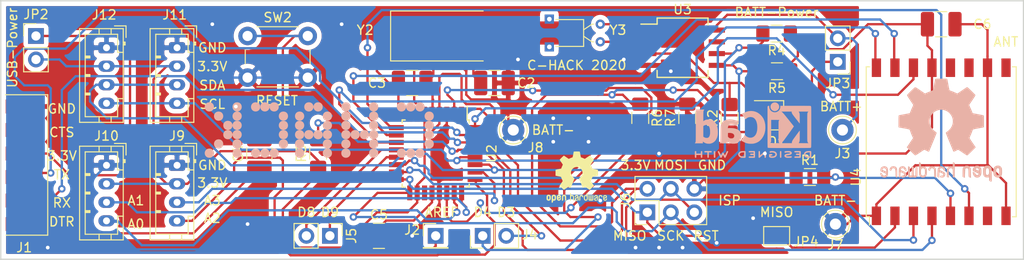
<source format=kicad_pcb>
(kicad_pcb (version 20171130) (host pcbnew 5.1.6-c6e7f7d~87~ubuntu18.04.1)
  (layers (0 F.Cu signal) (31 B.Cu signal hide) (34 B.Paste user hide) (35 F.Paste user hide) (36 B.SilkS user hide) (37 F.SilkS user) (38 B.Mask user hide) (39 F.Mask user hide) (44 Edge.Cuts user))
  (net 0 "")
  (net 1 GND)
  (net 2 "Net-(C2-Pad1)")
  (net 3 "Net-(C3-Pad2)")
  (net 4 "Net-(C4-Pad2)")
  (net 5 DTR)
  (net 6 +3V3)
  (net 7 "Net-(J1-Pad5)")
  (net 8 "Net-(J1-Pad4)")
  (net 9 TX)
  (net 10 RX)
  (net 11 "Net-(J2-Pad1)")
  (net 12 +BATT)
  (net 13 "Net-(J4-Pad2)")
  (net 14 "Net-(J4-Pad1)")
  (net 15 "Net-(J5-Pad2)")
  (net 16 "Net-(J5-Pad1)")
  (net 17 MOSI)
  (net 18 SCK)
  (net 19 MISO)
  (net 20 A2)
  (net 21 A3)
  (net 22 A0)
  (net 23 A1)
  (net 24 SCL)
  (net 25 SDA)
  (net 26 "Net-(JP3-Pad1)")
  (net 27 "Net-(JP4-Pad2)")
  (net 28 "Net-(Q1-Pad1)")
  (net 29 "Net-(U2-Pad32)")
  (net 30 "Net-(U2-Pad19)")
  (net 31 SS)
  (net 32 "Net-(U2-Pad11)")
  (net 33 "Net-(U2-Pad10)")
  (net 34 "Net-(U2-Pad9)")
  (net 35 "Net-(U3-Pad7)")
  (net 36 "Net-(U3-Pad2)")
  (net 37 "Net-(U3-Pad1)")
  (net 38 "Net-(U4-Pad12)")
  (net 39 "Net-(U4-Pad11)")
  (net 40 "Net-(U4-Pad9)")
  (net 41 "Net-(U4-Pad7)")
  (net 42 "Net-(R6-Pad2)")
  (module KiCAD-Ralf:CHackLogo_25x6mm (layer B.Cu) (at 173.99 87.63 180)
    (fp_text reference REF** hide)
    (fp_text value CHackLogo hide)
  )
  (module Symbol:OSHW-Logo2_14.6x12mm_SilkScreen (layer B.Cu) (at 241.3 87.63 180)
    (fp_text reference REF** hide)
    (fp_text value OSHW-Logo2_14.6x12mm_SilkScreen hide)
  )
  (module Symbol:KiCad-Logo2_5mm_SilkScreen (layer B.Cu) (at 220.98 87.63 180)
    (fp_text reference REF** hide)
    (fp_text value KiCad-Logo2_5mm_SilkScreen hide)
  )
  (module Connector_Pin:Pin_D1.0mm_L10.0mm_LooseFit (layer F.Cu) (at 229.87 97.79)
    (fp_text reference J7 (at 0 2.25) (layer F.SilkS))
    (fp_text value Screw_Terminal_01x01)
    (pad 1 thru_hole circle (at 0 0) (size 2.4 2.4) (drill 1.2) (layers *.Cu *.Mask) (net 1 GND))
  )
  (module Resistor_SMD:R_1206_3216Metric_Pad1.42x1.75mm_HandSolder (layer F.Cu) (at 227.1125 92.71)
    (fp_text reference R1 (at 0 -1.82) (layer F.SilkS))
    (fp_text value 10k)
    (pad 2 smd roundrect (at 1.4875 0) (size 1.425 1.75) (layers F.Cu F.Paste F.Mask) (roundrect_rratio 0.175439) (net 31 SS))
    (pad 1 smd roundrect (at -1.4875 0) (size 1.425 1.75) (layers F.Cu F.Paste F.Mask) (roundrect_rratio 0.175439) (net 6 +3V3))
  )
  (module Symbol:OSHW-Logo2_7.3x6mm_SilkScreen (layer F.Cu) (at 201.93 92.71)
    (fp_text reference REF** hide)
    (fp_text value OSHW-Logo2_7.3x6mm_SilkScreen hide)
  )
  (module Resistor_SMD:R_1206_3216Metric_Pad1.42x1.75mm_HandSolder (layer F.Cu) (at 213.868 86.3235 90)
    (fp_text reference R7 (at 0 -1.82 90) (layer F.SilkS))
    (fp_text value 100k)
    (pad 2 smd roundrect (at 1.4875 0 90) (size 1.425 1.75) (layers F.Cu F.Paste F.Mask) (roundrect_rratio 0.175439) (net 1 GND))
    (pad 1 smd roundrect (at -1.4875 0 90) (size 1.425 1.75) (layers F.Cu F.Paste F.Mask) (roundrect_rratio 0.175439) (net 42 "Net-(R6-Pad2)"))
  )
  (module Resistor_SMD:R_1206_3216Metric_Pad1.42x1.75mm_HandSolder (layer F.Cu) (at 208.788 86.3235 270)
    (fp_text reference R6 (at 0 -1.82 90) (layer F.SilkS))
    (fp_text value 100k)
    (pad 2 smd roundrect (at 1.4875 0 270) (size 1.425 1.75) (layers F.Cu F.Paste F.Mask) (roundrect_rratio 0.175439) (net 42 "Net-(R6-Pad2)"))
    (pad 1 smd roundrect (at -1.4875 0 270) (size 1.425 1.75) (layers F.Cu F.Paste F.Mask) (roundrect_rratio 0.175439) (net 6 +3V3))
  )
  (module Capacitor_SMD:C_1210_3225Metric_Pad1.42x2.65mm_HandSolder (layer F.Cu) (at 184.15 82.55 180)
    (fp_text reference C3 (at 3.81 0) (layer F.SilkS))
    (fp_text value 22p)
    (pad 2 smd roundrect (at 1.4875 0 180) (size 1.425 2.65) (layers F.Cu F.Paste F.Mask) (roundrect_rratio 0.175439) (net 3 "Net-(C3-Pad2)"))
    (pad 1 smd roundrect (at -1.4875 0 180) (size 1.425 2.65) (layers F.Cu F.Paste F.Mask) (roundrect_rratio 0.175439) (net 1 GND))
  )
  (module Crystal:Crystal_DS26_D2.0mm_L6.0mm_Horizontal_1EP_style2 (layer F.Cu) (at 204.47 76.2 270)
    (fp_text reference Y3 (at 0.635 -1.905) (layer F.SilkS))
    (fp_text value 32kHz)
    (pad 3 thru_hole rect (at 2.45 5.5 270) (size 1 1) (drill 0.5) (layers *.Cu *.Mask))
    (pad 3 thru_hole rect (at -0.55 5.5 270) (size 1 1) (drill 0.5) (layers *.Cu *.Mask))
    (pad 3 smd rect (at 0.95 5.5 270) (size 2.5 6) (layers F.Cu F.Paste F.Mask))
    (pad 2 thru_hole circle (at 1.9 0 270) (size 1 1) (drill 0.5) (layers *.Cu *.Mask) (net 36 "Net-(U3-Pad2)"))
    (pad 1 thru_hole circle (at 0 0 270) (size 1 1) (drill 0.5) (layers *.Cu *.Mask) (net 37 "Net-(U3-Pad1)"))
  )
  (module Crystal:Crystal_SMD_7050-2Pin_7.0x5.0mm_HandSoldering (layer F.Cu) (at 188.12 77.47)
    (fp_text reference Y2 (at -9.05 -0.635) (layer F.SilkS))
    (fp_text value 16MHz)
    (pad 2 smd rect (at 3.65 0) (size 4.9 3) (layers F.Cu F.Paste F.Mask) (net 2 "Net-(C2-Pad1)"))
    (pad 1 smd rect (at -3.65 0) (size 4.9 3) (layers F.Cu F.Paste F.Mask) (net 3 "Net-(C3-Pad2)"))
  )
  (module RF_Module:HOPERF_RFM9XW_SMD (layer F.Cu) (at 241.3 88.9 90)
    (fp_text reference U4 (at -3.81 -9.2 90) (layer F.SilkS))
    (fp_text value RFM95W-868S2)
    (pad 16 smd rect (at 8 -7 90) (size 2 1) (layers F.Cu F.Paste F.Mask) (net 32 "Net-(U2-Pad11)"))
    (pad 15 smd rect (at 8 -5 90) (size 2 1) (layers F.Cu F.Paste F.Mask) (net 33 "Net-(U2-Pad10)"))
    (pad 14 smd rect (at 8 -3 90) (size 2 1) (layers F.Cu F.Paste F.Mask) (net 29 "Net-(U2-Pad32)"))
    (pad 13 smd rect (at 8 -1 90) (size 2 1) (layers F.Cu F.Paste F.Mask) (net 6 +3V3))
    (pad 12 smd rect (at 8 1 90) (size 2 1) (layers F.Cu F.Paste F.Mask) (net 38 "Net-(U4-Pad12)"))
    (pad 11 smd rect (at 8 3 90) (size 2 1) (layers F.Cu F.Paste F.Mask) (net 39 "Net-(U4-Pad11)"))
    (pad 10 smd rect (at 8 5 90) (size 2 1) (layers F.Cu F.Paste F.Mask) (net 1 GND))
    (pad 9 smd rect (at 8 7 90) (size 2 1) (layers F.Cu F.Paste F.Mask) (net 40 "Net-(U4-Pad9)"))
    (pad 8 smd rect (at -8 7 90) (size 2 1) (layers F.Cu F.Paste F.Mask) (net 1 GND))
    (pad 7 smd rect (at -8 5 90) (size 2 1) (layers F.Cu F.Paste F.Mask) (net 41 "Net-(U4-Pad7)"))
    (pad 6 smd rect (at -8 3 90) (size 2 1) (layers F.Cu F.Paste F.Mask) (net 34 "Net-(U2-Pad9)"))
    (pad 5 smd rect (at -8 1 90) (size 2 1) (layers F.Cu F.Paste F.Mask) (net 31 SS))
    (pad 4 smd rect (at -8 -1 90) (size 2 1) (layers F.Cu F.Paste F.Mask) (net 18 SCK))
    (pad 3 smd rect (at -8 -3 90) (size 2 1) (layers F.Cu F.Paste F.Mask) (net 17 MOSI))
    (pad 2 smd rect (at -8 -5 90) (size 2 1) (layers F.Cu F.Paste F.Mask) (net 27 "Net-(JP4-Pad2)"))
    (pad 1 smd rect (at -8 -7 90) (size 2 1) (layers F.Cu F.Paste F.Mask) (net 1 GND))
  )
  (module Package_SO:SO-8_5.3x6.2mm_P1.27mm (layer F.Cu) (at 213.36 78.74)
    (fp_text reference U3 (at 0 -4.13) (layer F.SilkS))
    (fp_text value DS1337)
    (pad 8 smd rect (at 3.7 -1.905) (size 1.75 0.55) (layers F.Cu F.Paste F.Mask) (net 12 +BATT))
    (pad 7 smd rect (at 3.7 -0.635) (size 1.75 0.55) (layers F.Cu F.Paste F.Mask) (net 35 "Net-(U3-Pad7)"))
    (pad 6 smd rect (at 3.7 0.635) (size 1.75 0.55) (layers F.Cu F.Paste F.Mask) (net 24 SCL))
    (pad 5 smd rect (at 3.7 1.905) (size 1.75 0.55) (layers F.Cu F.Paste F.Mask) (net 25 SDA))
    (pad 4 smd rect (at -3.7 1.905) (size 1.75 0.55) (layers F.Cu F.Paste F.Mask) (net 1 GND))
    (pad 3 smd rect (at -3.7 0.635) (size 1.75 0.55) (layers F.Cu F.Paste F.Mask) (net 28 "Net-(Q1-Pad1)"))
    (pad 2 smd rect (at -3.7 -0.635) (size 1.75 0.55) (layers F.Cu F.Paste F.Mask) (net 36 "Net-(U3-Pad2)"))
    (pad 1 smd rect (at -3.7 -1.905) (size 1.75 0.55) (layers F.Cu F.Paste F.Mask) (net 37 "Net-(U3-Pad1)"))
  )
  (module Package_QFP:TQFP-32_7x7mm_P0.8mm (layer F.Cu) (at 186.69 90.17 270)
    (fp_text reference U2 (at 0 -6.05 90) (layer F.SilkS))
    (fp_text value ATmega328-AU)
    (pad 32 smd rect (at -2.8 -4.25) (size 1.6 0.55) (layers F.Cu F.Paste F.Mask) (net 29 "Net-(U2-Pad32)"))
    (pad 31 smd rect (at -2 -4.25) (size 1.6 0.55) (layers F.Cu F.Paste F.Mask) (net 9 TX))
    (pad 30 smd rect (at -1.2 -4.25) (size 1.6 0.55) (layers F.Cu F.Paste F.Mask) (net 10 RX))
    (pad 29 smd rect (at -0.4 -4.25) (size 1.6 0.55) (layers F.Cu F.Paste F.Mask) (net 4 "Net-(C4-Pad2)"))
    (pad 28 smd rect (at 0.4 -4.25) (size 1.6 0.55) (layers F.Cu F.Paste F.Mask) (net 24 SCL))
    (pad 27 smd rect (at 1.2 -4.25) (size 1.6 0.55) (layers F.Cu F.Paste F.Mask) (net 25 SDA))
    (pad 26 smd rect (at 2 -4.25) (size 1.6 0.55) (layers F.Cu F.Paste F.Mask) (net 21 A3))
    (pad 25 smd rect (at 2.8 -4.25) (size 1.6 0.55) (layers F.Cu F.Paste F.Mask) (net 20 A2))
    (pad 24 smd rect (at 4.25 -2.8 270) (size 1.6 0.55) (layers F.Cu F.Paste F.Mask) (net 23 A1))
    (pad 23 smd rect (at 4.25 -2 270) (size 1.6 0.55) (layers F.Cu F.Paste F.Mask) (net 22 A0))
    (pad 22 smd rect (at 4.25 -1.2 270) (size 1.6 0.55) (layers F.Cu F.Paste F.Mask) (net 42 "Net-(R6-Pad2)"))
    (pad 21 smd rect (at 4.25 -0.4 270) (size 1.6 0.55) (layers F.Cu F.Paste F.Mask) (net 1 GND))
    (pad 20 smd rect (at 4.25 0.4 270) (size 1.6 0.55) (layers F.Cu F.Paste F.Mask) (net 11 "Net-(J2-Pad1)"))
    (pad 19 smd rect (at 4.25 1.2 270) (size 1.6 0.55) (layers F.Cu F.Paste F.Mask) (net 30 "Net-(U2-Pad19)"))
    (pad 18 smd rect (at 4.25 2 270) (size 1.6 0.55) (layers F.Cu F.Paste F.Mask) (net 6 +3V3))
    (pad 17 smd rect (at 4.25 2.8 270) (size 1.6 0.55) (layers F.Cu F.Paste F.Mask) (net 18 SCK))
    (pad 16 smd rect (at 2.8 4.25) (size 1.6 0.55) (layers F.Cu F.Paste F.Mask) (net 19 MISO))
    (pad 15 smd rect (at 2 4.25) (size 1.6 0.55) (layers F.Cu F.Paste F.Mask) (net 17 MOSI))
    (pad 14 smd rect (at 1.2 4.25) (size 1.6 0.55) (layers F.Cu F.Paste F.Mask) (net 31 SS))
    (pad 13 smd rect (at 0.4 4.25) (size 1.6 0.55) (layers F.Cu F.Paste F.Mask) (net 16 "Net-(J5-Pad1)"))
    (pad 12 smd rect (at -0.4 4.25) (size 1.6 0.55) (layers F.Cu F.Paste F.Mask) (net 15 "Net-(J5-Pad2)"))
    (pad 11 smd rect (at -1.2 4.25) (size 1.6 0.55) (layers F.Cu F.Paste F.Mask) (net 32 "Net-(U2-Pad11)"))
    (pad 10 smd rect (at -2 4.25) (size 1.6 0.55) (layers F.Cu F.Paste F.Mask) (net 33 "Net-(U2-Pad10)"))
    (pad 9 smd rect (at -2.8 4.25) (size 1.6 0.55) (layers F.Cu F.Paste F.Mask) (net 34 "Net-(U2-Pad9)"))
    (pad 8 smd rect (at -4.25 2.8 270) (size 1.6 0.55) (layers F.Cu F.Paste F.Mask) (net 3 "Net-(C3-Pad2)"))
    (pad 7 smd rect (at -4.25 2 270) (size 1.6 0.55) (layers F.Cu F.Paste F.Mask) (net 2 "Net-(C2-Pad1)"))
    (pad 6 smd rect (at -4.25 1.2 270) (size 1.6 0.55) (layers F.Cu F.Paste F.Mask) (net 6 +3V3))
    (pad 5 smd rect (at -4.25 0.4 270) (size 1.6 0.55) (layers F.Cu F.Paste F.Mask) (net 1 GND))
    (pad 4 smd rect (at -4.25 -0.4 270) (size 1.6 0.55) (layers F.Cu F.Paste F.Mask) (net 6 +3V3))
    (pad 3 smd rect (at -4.25 -1.2 270) (size 1.6 0.55) (layers F.Cu F.Paste F.Mask) (net 1 GND))
    (pad 2 smd rect (at -4.25 -2 270) (size 1.6 0.55) (layers F.Cu F.Paste F.Mask) (net 14 "Net-(J4-Pad1)"))
    (pad 1 smd rect (at -4.25 -2.8 270) (size 1.6 0.55) (layers F.Cu F.Paste F.Mask) (net 13 "Net-(J4-Pad2)"))
  )
  (module Button_Switch_THT:SW_PUSH_6mm_H5mm (layer F.Cu) (at 166.37 77.47)
    (fp_text reference SW2 (at 3.25 -2) (layer F.SilkS))
    (fp_text value SW_Push_Dual)
    (pad 1 thru_hole circle (at 6.5 0 90) (size 2 2) (drill 1.1) (layers *.Cu *.Mask) (net 4 "Net-(C4-Pad2)"))
    (pad 2 thru_hole circle (at 6.5 4.5 90) (size 2 2) (drill 1.1) (layers *.Cu *.Mask) (net 1 GND))
    (pad 1 thru_hole circle (at 0 0 90) (size 2 2) (drill 1.1) (layers *.Cu *.Mask) (net 4 "Net-(C4-Pad2)"))
    (pad 2 thru_hole circle (at 0 4.5 90) (size 2 2) (drill 1.1) (layers *.Cu *.Mask) (net 1 GND))
  )
  (module Resistor_SMD:R_1206_3216Metric_Pad1.42x1.75mm_HandSolder (layer F.Cu) (at 223.5565 81.28 180)
    (fp_text reference R5 (at 0 -1.82) (layer F.SilkS))
    (fp_text value 10k)
    (pad 2 smd roundrect (at 1.4875 0 180) (size 1.425 1.75) (layers F.Cu F.Paste F.Mask) (roundrect_rratio 0.175439) (net 25 SDA))
    (pad 1 smd roundrect (at -1.4875 0 180) (size 1.425 1.75) (layers F.Cu F.Paste F.Mask) (roundrect_rratio 0.175439) (net 6 +3V3))
  )
  (module Resistor_SMD:R_1206_3216Metric_Pad1.42x1.75mm_HandSolder (layer F.Cu) (at 223.52 77.216 180)
    (fp_text reference R4 (at 0 -1.82) (layer F.SilkS))
    (fp_text value 10k)
    (pad 2 smd roundrect (at 1.4875 0 180) (size 1.425 1.75) (layers F.Cu F.Paste F.Mask) (roundrect_rratio 0.175439) (net 24 SCL))
    (pad 1 smd roundrect (at -1.4875 0 180) (size 1.425 1.75) (layers F.Cu F.Paste F.Mask) (roundrect_rratio 0.175439) (net 6 +3V3))
  )
  (module Resistor_SMD:R_1206_3216Metric_Pad1.42x1.75mm_HandSolder (layer F.Cu) (at 173.99 90.17 90)
    (fp_text reference R3 (at 0 -1.82 90) (layer F.SilkS))
    (fp_text value 10k)
    (pad 2 smd roundrect (at 1.4875 0 90) (size 1.425 1.75) (layers F.Cu F.Paste F.Mask) (roundrect_rratio 0.175439) (net 4 "Net-(C4-Pad2)"))
    (pad 1 smd roundrect (at -1.4875 0 90) (size 1.425 1.75) (layers F.Cu F.Paste F.Mask) (roundrect_rratio 0.175439) (net 6 +3V3))
  )
  (module Resistor_SMD:R_1206_3216Metric_Pad1.42x1.75mm_HandSolder (layer F.Cu) (at 218.44 86.36 90)
    (fp_text reference R2 (at 0 -1.82 90) (layer F.SilkS))
    (fp_text value 22k)
    (pad 2 smd roundrect (at 1.4875 0 90) (size 1.425 1.75) (layers F.Cu F.Paste F.Mask) (roundrect_rratio 0.175439) (net 28 "Net-(Q1-Pad1)"))
    (pad 1 smd roundrect (at -1.4875 0 90) (size 1.425 1.75) (layers F.Cu F.Paste F.Mask) (roundrect_rratio 0.175439) (net 26 "Net-(JP3-Pad1)"))
  )
  (module Package_TO_SOT_SMD:SOT-23_Handsoldering (layer F.Cu) (at 223.52 86.04)
    (fp_text reference Q1 (at 0 2.86) (layer F.SilkS))
    (fp_text value Q_PMOS_GSD)
    (pad 3 smd rect (at 1.5 0) (size 1.9 0.8) (layers F.Cu F.Paste F.Mask) (net 6 +3V3))
    (pad 2 smd rect (at -1.5 0.95) (size 1.9 0.8) (layers F.Cu F.Paste F.Mask) (net 26 "Net-(JP3-Pad1)"))
    (pad 1 smd rect (at -1.5 -0.95) (size 1.9 0.8) (layers F.Cu F.Paste F.Mask) (net 28 "Net-(Q1-Pad1)"))
  )
  (module Jumper:SolderJumper-2_P1.3mm_Open_Pad1.0x1.5mm (layer F.Cu) (at 223.52 99.06)
    (fp_text reference JP4 (at 3.175 0.635) (layer F.SilkS))
    (fp_text value SolderJumper_2_Open)
    (pad 1 smd rect (at -0.65 0) (size 1 1.5) (layers F.Cu F.Mask) (net 19 MISO))
    (pad 2 smd rect (at 0.65 0) (size 1 1.5) (layers F.Cu F.Mask) (net 27 "Net-(JP4-Pad2)"))
  )
  (module Connector_PinHeader_2.54mm:PinHeader_1x02_P2.54mm_Vertical (layer F.Cu) (at 230.124 80.264 180)
    (fp_text reference JP3 (at 0 -2.33) (layer F.SilkS))
    (fp_text value Jumper)
    (pad 2 thru_hole oval (at 0 2.54 180) (size 1.7 1.7) (drill 1) (layers *.Cu *.Mask) (net 12 +BATT))
    (pad 1 thru_hole rect (at 0 0 180) (size 1.7 1.7) (drill 1) (layers *.Cu *.Mask) (net 26 "Net-(JP3-Pad1)"))
  )
  (module Connector_PinHeader_2.54mm:PinHeader_1x02_P2.54mm_Vertical (layer F.Cu) (at 143.51 77.47)
    (fp_text reference JP2 (at 0 -2.33) (layer F.SilkS))
    (fp_text value Jumper)
    (pad 2 thru_hole oval (at 0 2.54) (size 1.7 1.7) (drill 1) (layers *.Cu *.Mask) (net 6 +3V3))
    (pad 1 thru_hole rect (at 0 0) (size 1.7 1.7) (drill 1) (layers *.Cu *.Mask) (net 8 "Net-(J1-Pad4)"))
  )
  (module Connector_JST:JST_PH_B4B-PH-K_1x04_P2.00mm_Vertical (layer F.Cu) (at 151.13 78.74 270)
    (fp_text reference J12 (at -3.556 0.254 180) (layer F.SilkS))
    (fp_text value Conn_01x04_Male)
    (pad 4 thru_hole oval (at 6 0 270) (size 1.2 1.75) (drill 0.75) (layers *.Cu *.Mask) (net 24 SCL))
    (pad 3 thru_hole oval (at 4 0 270) (size 1.2 1.75) (drill 0.75) (layers *.Cu *.Mask) (net 25 SDA))
    (pad 2 thru_hole oval (at 2 0 270) (size 1.2 1.75) (drill 0.75) (layers *.Cu *.Mask) (net 6 +3V3))
    (pad 1 thru_hole roundrect (at 0 0 270) (size 1.2 1.75) (drill 0.75) (layers *.Cu *.Mask) (roundrect_rratio 0.208333) (net 1 GND))
  )
  (module Connector_JST:JST_PH_B4B-PH-K_1x04_P2.00mm_Vertical (layer F.Cu) (at 158.75 78.74 270)
    (fp_text reference J11 (at -3.556 0.254 180) (layer F.SilkS))
    (fp_text value Conn_01x04_Male)
    (pad 4 thru_hole oval (at 6 0 270) (size 1.2 1.75) (drill 0.75) (layers *.Cu *.Mask) (net 24 SCL))
    (pad 3 thru_hole oval (at 4 0 270) (size 1.2 1.75) (drill 0.75) (layers *.Cu *.Mask) (net 25 SDA))
    (pad 2 thru_hole oval (at 2 0 270) (size 1.2 1.75) (drill 0.75) (layers *.Cu *.Mask) (net 6 +3V3))
    (pad 1 thru_hole roundrect (at 0 0 270) (size 1.2 1.75) (drill 0.75) (layers *.Cu *.Mask) (roundrect_rratio 0.208333) (net 1 GND))
  )
  (module Connector_JST:JST_PH_B4B-PH-K_1x04_P2.00mm_Vertical (layer F.Cu) (at 151.13 91.44 270)
    (fp_text reference J10 (at -3.175 0 180) (layer F.SilkS))
    (fp_text value Conn_01x04_Male)
    (pad 4 thru_hole oval (at 6 0 270) (size 1.2 1.75) (drill 0.75) (layers *.Cu *.Mask) (net 22 A0))
    (pad 3 thru_hole oval (at 4 0 270) (size 1.2 1.75) (drill 0.75) (layers *.Cu *.Mask) (net 23 A1))
    (pad 2 thru_hole oval (at 2 0 270) (size 1.2 1.75) (drill 0.75) (layers *.Cu *.Mask) (net 6 +3V3))
    (pad 1 thru_hole roundrect (at 0 0 270) (size 1.2 1.75) (drill 0.75) (layers *.Cu *.Mask) (roundrect_rratio 0.208333) (net 1 GND))
  )
  (module Connector_JST:JST_PH_B4B-PH-K_1x04_P2.00mm_Vertical (layer F.Cu) (at 158.75 91.44 270)
    (fp_text reference J9 (at -3.175 0 180) (layer F.SilkS))
    (fp_text value Conn_01x04_Male)
    (pad 4 thru_hole oval (at 6 0 270) (size 1.2 1.75) (drill 0.75) (layers *.Cu *.Mask) (net 20 A2))
    (pad 3 thru_hole oval (at 4 0 270) (size 1.2 1.75) (drill 0.75) (layers *.Cu *.Mask) (net 21 A3))
    (pad 2 thru_hole oval (at 2 0 270) (size 1.2 1.75) (drill 0.75) (layers *.Cu *.Mask) (net 6 +3V3))
    (pad 1 thru_hole roundrect (at 0 0 270) (size 1.2 1.75) (drill 0.75) (layers *.Cu *.Mask) (roundrect_rratio 0.208333) (net 1 GND))
  )
  (module Connector_Pin:Pin_D1.0mm_L10.0mm_LooseFit (layer F.Cu) (at 195.072 87.63)
    (fp_text reference J8 (at 2.413 1.905) (layer F.SilkS))
    (fp_text value Screw_Terminal_01x01)
    (pad 1 thru_hole circle (at 0 0) (size 2.4 2.4) (drill 1.2) (layers *.Cu *.Mask) (net 1 GND))
  )
  (module Connector_PinHeader_2.54mm:PinHeader_2x03_P2.54mm_Vertical (layer F.Cu) (at 209.55 96.52 90)
    (fp_text reference J6 (at 1.27 -2.33 90) (layer F.SilkS))
    (fp_text value AVR-ISP-6)
    (pad 6 thru_hole oval (at 2.54 5.08 90) (size 1.7 1.7) (drill 1) (layers *.Cu *.Mask) (net 1 GND))
    (pad 5 thru_hole oval (at 0 5.08 90) (size 1.7 1.7) (drill 1) (layers *.Cu *.Mask) (net 4 "Net-(C4-Pad2)"))
    (pad 4 thru_hole oval (at 2.54 2.54 90) (size 1.7 1.7) (drill 1) (layers *.Cu *.Mask) (net 17 MOSI))
    (pad 3 thru_hole oval (at 0 2.54 90) (size 1.7 1.7) (drill 1) (layers *.Cu *.Mask) (net 18 SCK))
    (pad 2 thru_hole oval (at 2.54 0 90) (size 1.7 1.7) (drill 1) (layers *.Cu *.Mask) (net 6 +3V3))
    (pad 1 thru_hole rect (at 0 0 90) (size 1.7 1.7) (drill 1) (layers *.Cu *.Mask) (net 19 MISO))
  )
  (module Connector_PinHeader_2.54mm:PinHeader_1x02_P2.54mm_Vertical (layer F.Cu) (at 175.26 99.06 270)
    (fp_text reference J5 (at 0 -2.33 90) (layer F.SilkS))
    (fp_text value Conn_01x02_Male)
    (pad 2 thru_hole oval (at 0 2.54 270) (size 1.7 1.7) (drill 1) (layers *.Cu *.Mask) (net 15 "Net-(J5-Pad2)"))
    (pad 1 thru_hole rect (at 0 0 270) (size 1.7 1.7) (drill 1) (layers *.Cu *.Mask) (net 16 "Net-(J5-Pad1)"))
  )
  (module Connector_PinHeader_2.54mm:PinHeader_1x02_P2.54mm_Vertical (layer F.Cu) (at 191.77 99.06 90)
    (fp_text reference J4 (at 0.127 5.08 180) (layer F.SilkS))
    (fp_text value Conn_01x02_Male)
    (pad 2 thru_hole oval (at 0 2.54 90) (size 1.7 1.7) (drill 1) (layers *.Cu *.Mask) (net 13 "Net-(J4-Pad2)"))
    (pad 1 thru_hole rect (at 0 0 90) (size 1.7 1.7) (drill 1) (layers *.Cu *.Mask) (net 14 "Net-(J4-Pad1)"))
  )
  (module Connector_Pin:Pin_D1.0mm_L10.0mm_LooseFit (layer F.Cu) (at 230.632 87.63)
    (fp_text reference J3 (at 0 2.54) (layer F.SilkS))
    (fp_text value Screw_Terminal_01x01)
    (pad 1 thru_hole circle (at 0 0) (size 2.4 2.4) (drill 1.2) (layers *.Cu *.Mask) (net 12 +BATT))
  )
  (module Connector_PinHeader_2.54mm:PinHeader_1x01_P2.54mm_Vertical (layer F.Cu) (at 186.69 99.06)
    (fp_text reference J2 (at -2.54 -0.635) (layer F.SilkS))
    (fp_text value Conn_01x01_Male)
    (pad 1 thru_hole rect (at 0 0) (size 1.7 1.7) (drill 1) (layers *.Cu *.Mask) (net 11 "Net-(J2-Pad1)"))
  )
  (module KiCAD-Ralf:TestPoint_Pad_6x1.5x4.0mm (layer F.Cu) (at 141.478 97.79 90)
    (fp_text reference J1 (at -2.54 0.762 180) (layer F.SilkS))
    (fp_text value Conn_01x06_Male)
    (pad 6 smd rect (at 12.7 0.762 90) (size 1.5 4) (layers F.Cu F.Mask) (net 1 GND))
    (pad 5 smd rect (at 10.16 0.762 90) (size 1.5 4) (layers F.Cu F.Mask) (net 7 "Net-(J1-Pad5)"))
    (pad 4 smd rect (at 7.62 0.762 90) (size 1.5 4) (layers F.Cu F.Mask) (net 8 "Net-(J1-Pad4)"))
    (pad 3 smd rect (at 5.08 0.762 90) (size 1.5 4) (layers F.Cu F.Mask) (net 9 TX))
    (pad 2 smd rect (at 2.54 0.762 90) (size 1.5 4) (layers F.Cu F.Mask) (net 10 RX))
    (pad 1 smd rect (at 0 0.762 90) (size 1.5 4) (layers F.Cu F.Mask) (net 5 DTR))
  )
  (module Capacitor_SMD:C_1210_3225Metric_Pad1.42x2.65mm_HandSolder (layer F.Cu) (at 241.3 76.2)
    (fp_text reference C6 (at 4.445 0) (layer F.SilkS))
    (fp_text value 100n)
    (pad 2 smd roundrect (at 1.4875 0) (size 1.425 2.65) (layers F.Cu F.Paste F.Mask) (roundrect_rratio 0.175439) (net 1 GND))
    (pad 1 smd roundrect (at -1.4875 0) (size 1.425 2.65) (layers F.Cu F.Paste F.Mask) (roundrect_rratio 0.175439) (net 6 +3V3))
  )
  (module Capacitor_SMD:C_1210_3225Metric_Pad1.42x2.65mm_HandSolder (layer F.Cu) (at 180.5575 99.06)
    (fp_text reference C5 (at 0 -2.28) (layer F.SilkS))
    (fp_text value 100n)
    (pad 2 smd roundrect (at 1.4875 0) (size 1.425 2.65) (layers F.Cu F.Paste F.Mask) (roundrect_rratio 0.175439) (net 1 GND))
    (pad 1 smd roundrect (at -1.4875 0) (size 1.425 2.65) (layers F.Cu F.Paste F.Mask) (roundrect_rratio 0.175439) (net 6 +3V3))
  )
  (module Capacitor_SMD:C_1210_3225Metric_Pad1.42x2.65mm_HandSolder (layer F.Cu) (at 167.64 90.17 90)
    (fp_text reference C4 (at 0 -2.28 90) (layer F.SilkS))
    (fp_text value 100n)
    (pad 2 smd roundrect (at 1.4875 0 90) (size 1.425 2.65) (layers F.Cu F.Paste F.Mask) (roundrect_rratio 0.175439) (net 4 "Net-(C4-Pad2)"))
    (pad 1 smd roundrect (at -1.4875 0 90) (size 1.425 2.65) (layers F.Cu F.Paste F.Mask) (roundrect_rratio 0.175439) (net 5 DTR))
  )
  (module Capacitor_SMD:C_1210_3225Metric_Pad1.42x2.65mm_HandSolder (layer F.Cu) (at 193.04 82.55)
    (fp_text reference C2 (at 3.429 0) (layer F.SilkS))
    (fp_text value 22p)
    (pad 2 smd roundrect (at 1.4875 0) (size 1.425 2.65) (layers F.Cu F.Paste F.Mask) (roundrect_rratio 0.175439) (net 1 GND))
    (pad 1 smd roundrect (at -1.4875 0) (size 1.425 2.65) (layers F.Cu F.Paste F.Mask) (roundrect_rratio 0.175439) (net 2 "Net-(C2-Pad1)"))
  )
  (gr_text "C-HACK 2020" (at 201.93 80.645) (layer F.SilkS) (effects (font (size 1 1))))
  (gr_text ISP (at 218.44 95.25) (layer F.SilkS) (effects (font (size 1 1))))
  (gr_text D4 (at 191.77 96.52) (layer F.SilkS) (effects (font (size 1 1))))
  (gr_text D3 (at 194.31 96.52) (layer F.SilkS) (effects (font (size 1 1))))
  (gr_text D9 (at 175.26 96.52) (layer F.SilkS) (effects (font (size 1 1))))
  (gr_text D8 (at 172.72 96.52) (layer F.SilkS) (effects (font (size 1 1))))
  (gr_text BATT-Power (at 223.52 74.93) (layer F.SilkS) (effects (font (size 1 1))))
  (gr_text AREF (at 187.325 96.52) (layer F.SilkS) (effects (font (size 1 1))))
  (gr_text RESET (at 169.545 84.455) (layer F.SilkS) (effects (font (size 1 1))))
  (gr_text USB-Power (at 140.97 78.74 90) (layer F.SilkS) (effects (font (size 1 1))))
  (gr_text ANT (at 248.285 78.105) (layer F.SilkS) (effects (font (size 1 1))))
  (gr_text MISO (at 223.52 96.52) (layer F.SilkS) (effects (font (size 1 1))))
  (gr_text GND (at 216.535 91.44) (layer F.SilkS) (effects (font (size 1 1))))
  (gr_text MOSI (at 212.09 91.44) (layer F.SilkS) (effects (font (size 1 1))))
  (gr_text 3.3V (at 208.28 91.44) (layer F.SilkS) (effects (font (size 1 1))))
  (gr_text RST (at 215.9 99.06) (layer F.SilkS) (effects (font (size 1 1))))
  (gr_text SCK (at 212.09 99.06) (layer F.SilkS) (effects (font (size 1 1))))
  (gr_text MISO (at 207.645 99.06) (layer F.SilkS) (effects (font (size 1 1))))
  (gr_text BATT- (at 229.87 95.25) (layer F.SilkS) (effects (font (size 1 1))))
  (gr_text BATT+ (at 230.505 85.09) (layer F.SilkS) (effects (font (size 1 1))))
  (gr_text BATT- (at 199.39 87.63) (layer F.SilkS) (effects (font (size 1 1))))
  (gr_text A1 (at 154.305 95.25) (layer F.SilkS) (effects (font (size 1 1))))
  (gr_text A0 (at 154.305 97.79) (layer F.SilkS) (effects (font (size 1 1))))
  (gr_text A2 (at 162.56 97.155) (layer F.SilkS) (effects (font (size 1 1))))
  (gr_text A3 (at 162.56 95.25) (layer F.SilkS) (effects (font (size 1 1))))
  (gr_text 3.3V (at 162.56 93.345) (layer F.SilkS) (effects (font (size 1 1))))
  (gr_text GND (at 162.56 91.44) (layer F.SilkS) (effects (font (size 1 1))))
  (gr_text SCL (at 162.56 84.836) (layer F.SilkS) (effects (font (size 1 1))))
  (gr_text SDA (at 162.56 82.804) (layer F.SilkS) (effects (font (size 1 1))))
  (gr_text 3.3V (at 162.56 80.772) (layer F.SilkS) (effects (font (size 1 1))))
  (gr_text GND (at 162.56 78.74) (layer F.SilkS) (effects (font (size 1 1))))
  (gr_text CTS (at 146.304 87.884) (layer F.SilkS) (effects (font (size 1 1))))
  (gr_text DTR (at 146.304 97.536) (layer F.SilkS) (effects (font (size 1 1))))
  (gr_text RX (at 146.304 95.504) (layer F.SilkS) (effects (font (size 1 1))))
  (gr_text TX (at 146.304 92.456) (layer F.SilkS) (effects (font (size 1 1))))
  (gr_text 3.3V (at 146.304 90.424) (layer F.SilkS) (effects (font (size 1 1))))
  (gr_text GND (at 146.304 85.344) (layer F.SilkS) (effects (font (size 1 1))))
  (gr_line (start 139.7 73.66) (end 139.7 101.6) (layer Edge.Cuts) (width 0.15))
  (gr_line (start 250.19 73.66) (end 250.19 101.6) (layer Edge.Cuts) (width 0.15))
  (gr_line (start 250.19 101.6) (end 139.7 101.6) (layer Edge.Cuts) (width 0.15))
  (gr_line (start 139.7 73.66) (end 250.19 73.66) (layer Edge.Cuts) (width 0.15))
  (via (at 210.82 100.33) (size 0.8) (drill 0.4) (layers F.Cu B.Cu) (net 1))
  (via (at 213.36 100.33) (size 0.8) (drill 0.4) (layers F.Cu B.Cu) (net 1))
  (via (at 208.28 100.33) (size 0.8) (drill 0.4) (layers F.Cu B.Cu) (net 1))
  (segment (start 151.13 78.74) (end 158.75 78.74) (width 0.25) (layer B.Cu) (net 1))
  (segment (start 158.75 78.74) (end 161.29 78.74) (width 0.25) (layer B.Cu) (net 1))
  (segment (start 164.52 81.97) (end 166.37 81.97) (width 0.25) (layer B.Cu) (net 1))
  (segment (start 161.29 78.74) (end 164.52 81.97) (width 0.25) (layer B.Cu) (net 1))
  (segment (start 166.37 81.97) (end 172.87 81.97) (width 0.25) (layer B.Cu) (net 1))
  (segment (start 151.13 91.44) (end 158.75 91.44) (width 0.25) (layer B.Cu) (net 1))
  (segment (start 246.3 76.814998) (end 246.3 79.65) (width 0.25) (layer F.Cu) (net 1))
  (segment (start 245.685002 76.2) (end 246.3 76.814998) (width 0.25) (layer F.Cu) (net 1))
  (segment (start 246.3 79.65) (end 246.3 80.9) (width 0.25) (layer F.Cu) (net 1))
  (segment (start 242.7875 76.2) (end 245.685002 76.2) (width 0.25) (layer F.Cu) (net 1))
  (segment (start 142.24 85.09) (end 146.05 85.09) (width 0.25) (layer F.Cu) (net 1))
  (segment (start 146.05 85.09) (end 146.05 83.82) (width 0.25) (layer F.Cu) (net 1))
  (segment (start 182.7575 99.06) (end 182.045 99.06) (width 0.25) (layer F.Cu) (net 1))
  (segment (start 186.35 85.86) (end 186.29 85.92) (width 0.25) (layer F.Cu) (net 1))
  (segment (start 185.6375 82.55) (end 186.35 83.2625) (width 0.25) (layer F.Cu) (net 1))
  (segment (start 209.66 81.17) (end 209.66 80.645) (width 0.25) (layer F.Cu) (net 1))
  (segment (start 208.28 82.55) (end 209.66 81.17) (width 0.25) (layer F.Cu) (net 1))
  (segment (start 187.09 93.559998) (end 187.09 94.42) (width 0.25) (layer F.Cu) (net 1))
  (segment (start 172.87 81.97) (end 179.91 74.93) (width 0.25) (layer F.Cu) (net 1))
  (segment (start 194.545001 75.709999) (end 194.545001 79.774999) (width 0.25) (layer F.Cu) (net 1))
  (segment (start 179.91 74.93) (end 193.765002 74.93) (width 0.25) (layer F.Cu) (net 1))
  (segment (start 193.765002 74.93) (end 194.545001 75.709999) (width 0.25) (layer F.Cu) (net 1))
  (segment (start 208.28 82.55) (end 209.21 82.55) (width 0.25) (layer F.Cu) (net 1))
  (segment (start 215.479999 93.130001) (end 214.63 93.98) (width 0.25) (layer F.Cu) (net 1))
  (segment (start 215.83001 92.77999) (end 215.479999 93.130001) (width 0.25) (layer F.Cu) (net 1))
  (segment (start 215.49318 86.80999) (end 215.83001 87.14682) (width 0.25) (layer F.Cu) (net 1))
  (segment (start 246.3 80.9) (end 246.3 91.36) (width 0.25) (layer F.Cu) (net 1))
  (segment (start 248.3 93.36) (end 248.3 96.9) (width 0.25) (layer F.Cu) (net 1))
  (segment (start 246.3 91.36) (end 248.3 93.36) (width 0.25) (layer F.Cu) (net 1))
  (segment (start 234.3 95.65) (end 238.51 91.44) (width 0.25) (layer F.Cu) (net 1))
  (segment (start 234.3 96.9) (end 234.3 95.65) (width 0.25) (layer F.Cu) (net 1))
  (segment (start 238.51 91.44) (end 246.38 91.44) (width 0.25) (layer F.Cu) (net 1))
  (segment (start 215.83001 91.50999) (end 215.83001 92.77999) (width 0.25) (layer F.Cu) (net 1))
  (segment (start 215.83001 87.14682) (end 215.83001 91.50999) (width 0.25) (layer F.Cu) (net 1))
  (segment (start 215.12949 86.80999) (end 215.49318 86.80999) (width 0.25) (layer F.Cu) (net 1))
  (segment (start 213.868 85.5485) (end 215.12949 86.80999) (width 0.25) (layer F.Cu) (net 1))
  (segment (start 213.868 84.836) (end 213.868 85.5485) (width 0.25) (layer F.Cu) (net 1))
  (segment (start 211.496 84.836) (end 213.868 84.836) (width 0.25) (layer F.Cu) (net 1))
  (segment (start 209.21 82.55) (end 211.496 84.836) (width 0.25) (layer F.Cu) (net 1))
  (segment (start 186.35 84.414) (end 186.419011 84.344989) (width 0.25) (layer F.Cu) (net 1))
  (segment (start 186.35 84.414) (end 186.35 85.86) (width 0.25) (layer F.Cu) (net 1))
  (segment (start 186.35 83.2625) (end 186.35 84.414) (width 0.25) (layer F.Cu) (net 1))
  (segment (start 194.5275 87.0855) (end 195.072 87.63) (width 0.25) (layer F.Cu) (net 1))
  (segment (start 194.547011 84.344989) (end 194.564 84.328) (width 0.25) (layer F.Cu) (net 1))
  (segment (start 194.564 84.328) (end 194.5275 87.0855) (width 0.25) (layer F.Cu) (net 1))
  (segment (start 194.5275 82.55) (end 194.564 84.328) (width 0.25) (layer F.Cu) (net 1))
  (segment (start 208.28 82.55) (end 194.5275 82.55) (width 0.25) (layer F.Cu) (net 1))
  (segment (start 194.5275 79.7925) (end 194.5275 82.55) (width 0.25) (layer F.Cu) (net 1))
  (segment (start 194.545001 79.774999) (end 194.5275 79.7925) (width 0.25) (layer F.Cu) (net 1))
  (segment (start 190.5 84.328) (end 194.564 84.328) (width 0.25) (layer F.Cu) (net 1))
  (segment (start 186.436 81.7515) (end 186.436 80.772) (width 0.25) (layer F.Cu) (net 1))
  (segment (start 189.992 83.82) (end 190.5 84.328) (width 0.25) (layer F.Cu) (net 1))
  (segment (start 185.6375 82.55) (end 186.436 81.7515) (width 0.25) (layer F.Cu) (net 1))
  (segment (start 186.436 80.772) (end 189.484 80.772) (width 0.25) (layer F.Cu) (net 1))
  (segment (start 189.992 81.28) (end 189.992 83.82) (width 0.25) (layer F.Cu) (net 1))
  (segment (start 189.484 80.772) (end 189.992 81.28) (width 0.25) (layer F.Cu) (net 1))
  (segment (start 183.445991 100.526009) (end 150.818009 100.526009) (width 0.25) (layer B.Cu) (net 1))
  (segment (start 150.818009 100.526009) (end 148.844 98.552) (width 0.25) (layer B.Cu) (net 1))
  (segment (start 148.844 93.726) (end 151.13 91.44) (width 0.25) (layer B.Cu) (net 1))
  (segment (start 148.844 98.552) (end 148.844 93.726) (width 0.25) (layer B.Cu) (net 1))
  (segment (start 187.89 86.97) (end 186.976 87.884) (width 0.25) (layer F.Cu) (net 1))
  (segment (start 187.89 85.92) (end 187.89 86.97) (width 0.25) (layer F.Cu) (net 1))
  (segment (start 186.976 87.884) (end 186.976 91.916) (width 0.25) (layer F.Cu) (net 1))
  (segment (start 186.976 91.916) (end 186.944 91.948) (width 0.25) (layer F.Cu) (net 1))
  (segment (start 186.976 93.445998) (end 187.09 93.559998) (width 0.25) (layer F.Cu) (net 1))
  (segment (start 186.976 91.916) (end 186.976 93.445998) (width 0.25) (layer F.Cu) (net 1))
  (segment (start 224.79 96.52) (end 228.6 96.52) (width 0.25) (layer F.Cu) (net 1))
  (segment (start 219.77999 91.50999) (end 224.79 96.52) (width 0.25) (layer F.Cu) (net 1))
  (segment (start 228.6 96.52) (end 229.87 97.79) (width 0.25) (layer F.Cu) (net 1))
  (segment (start 215.83001 91.50999) (end 219.77999 91.50999) (width 0.25) (layer F.Cu) (net 1))
  (segment (start 234.3 96.9) (end 232.03 96.9) (width 0.25) (layer F.Cu) (net 1))
  (segment (start 231.14 97.79) (end 229.87 97.79) (width 0.25) (layer F.Cu) (net 1))
  (segment (start 232.03 96.9) (end 231.14 97.79) (width 0.25) (layer F.Cu) (net 1))
  (segment (start 151.13 78.74) (end 149.86 78.74) (width 0.25) (layer F.Cu) (net 1))
  (segment (start 149.86 78.74) (end 146.05 82.55) (width 0.25) (layer F.Cu) (net 1))
  (segment (start 146.05 82.55) (end 146.05 83.82) (width 0.25) (layer F.Cu) (net 1))
  (segment (start 146.05 86.36) (end 146.05 85.09) (width 0.25) (layer F.Cu) (net 1))
  (segment (start 146.05 87.63) (end 146.05 86.36) (width 0.25) (layer F.Cu) (net 1))
  (segment (start 149.86 91.44) (end 146.05 87.63) (width 0.25) (layer F.Cu) (net 1))
  (segment (start 151.13 91.44) (end 149.86 91.44) (width 0.25) (layer F.Cu) (net 1))
  (segment (start 187.09 96.12) (end 187.09 94.42) (width 0.25) (layer F.Cu) (net 1))
  (segment (start 184.15 99.06) (end 187.09 96.12) (width 0.25) (layer F.Cu) (net 1))
  (segment (start 182.7575 99.06) (end 184.15 99.06) (width 0.25) (layer F.Cu) (net 1))
  (via (at 184.15 99.06) (size 0.8) (drill 0.4) (layers F.Cu B.Cu) (net 1))
  (segment (start 184.15 99.822) (end 183.445991 100.526009) (width 0.25) (layer B.Cu) (net 1))
  (segment (start 184.15 99.06) (end 184.15 99.822) (width 0.25) (layer B.Cu) (net 1))
  (via (at 176.53 76.2) (size 0.8) (drill 0.4) (layers F.Cu B.Cu) (net 1))
  (via (at 165.1 85.09) (size 0.8) (drill 0.4) (layers F.Cu B.Cu) (net 1))
  (via (at 222.25 90.17) (size 0.8) (drill 0.4) (layers F.Cu B.Cu) (net 1))
  (via (at 220.98 97.155) (size 0.8) (drill 0.4) (layers F.Cu B.Cu) (net 1))
  (via (at 144.78 100.33) (size 0.8) (drill 0.4) (layers F.Cu B.Cu) (net 1))
  (via (at 166.37 97.79) (size 0.8) (drill 0.4) (layers F.Cu B.Cu) (net 1))
  (via (at 212.09 81.28) (size 0.8) (drill 0.4) (layers F.Cu B.Cu) (net 1))
  (via (at 204.47 95.25) (size 0.8) (drill 0.4) (layers F.Cu B.Cu) (net 1))
  (via (at 203.2 88.9) (size 0.8) (drill 0.4) (layers F.Cu B.Cu) (net 1))
  (via (at 199.39 88.9) (size 0.8) (drill 0.4) (layers F.Cu B.Cu) (net 1))
  (via (at 210.82 90.17) (size 0.8) (drill 0.4) (layers F.Cu B.Cu) (net 1))
  (via (at 162.56 76.2) (size 0.8) (drill 0.4) (layers F.Cu B.Cu) (net 1))
  (via (at 199.39 86.36) (size 0.8) (drill 0.4) (layers F.Cu B.Cu) (net 1))
  (via (at 203.2 86.36) (size 0.8) (drill 0.4) (layers F.Cu B.Cu) (net 1))
  (via (at 207.01 80.01) (size 0.8) (drill 0.4) (layers F.Cu B.Cu) (net 1))
  (via (at 195.58 80.01) (size 0.8) (drill 0.4) (layers F.Cu B.Cu) (net 1))
  (via (at 217.043 99.822) (size 0.8) (drill 0.4) (layers F.Cu B.Cu) (net 1))
  (segment (start 191.77 79.22) (end 191.77 77.47) (width 0.25) (layer F.Cu) (net 2))
  (segment (start 190.7625 80.2275) (end 191.77 79.22) (width 0.25) (layer F.Cu) (net 2))
  (segment (start 190.4635 80.2275) (end 190.7625 80.2275) (width 0.25) (layer F.Cu) (net 2))
  (segment (start 184.9485 80.2275) (end 190.4635 80.2275) (width 0.25) (layer F.Cu) (net 2))
  (segment (start 184.3675 80.8085) (end 184.9485 80.2275) (width 0.25) (layer F.Cu) (net 2))
  (segment (start 184.3675 84.5475) (end 184.3675 80.8085) (width 0.25) (layer F.Cu) (net 2))
  (segment (start 184.69 85.92) (end 184.69 84.87) (width 0.25) (layer F.Cu) (net 2))
  (segment (start 184.69 84.87) (end 184.3675 84.5475) (width 0.25) (layer F.Cu) (net 2))
  (segment (start 190.7625 81.76) (end 191.5525 82.55) (width 0.25) (layer F.Cu) (net 2))
  (segment (start 190.7625 80.2275) (end 190.7625 81.76) (width 0.25) (layer F.Cu) (net 2))
  (segment (start 182.6625 82.55) (end 181.61 82.55) (width 0.25) (layer F.Cu) (net 3))
  (segment (start 181.61 82.55) (end 180.34 81.28) (width 0.25) (layer F.Cu) (net 3))
  (segment (start 181.77 77.47) (end 184.47 77.47) (width 0.25) (layer F.Cu) (net 3))
  (segment (start 180.34 78.9) (end 181.77 77.47) (width 0.25) (layer F.Cu) (net 3))
  (segment (start 180.34 81.28) (end 180.34 78.9) (width 0.25) (layer F.Cu) (net 3))
  (segment (start 183.365 85.92) (end 183.89 85.92) (width 0.25) (layer F.Cu) (net 3))
  (segment (start 182.6625 85.2175) (end 183.365 85.92) (width 0.25) (layer F.Cu) (net 3))
  (segment (start 182.6625 82.55) (end 182.6625 85.2175) (width 0.25) (layer F.Cu) (net 3))
  (segment (start 166.37 77.47) (end 172.87 77.47) (width 0.25) (layer B.Cu) (net 4))
  (segment (start 172.87 77.47) (end 171.45 77.47) (width 0.25) (layer F.Cu) (net 4))
  (segment (start 171.45 77.47) (end 170.18 78.74) (width 0.25) (layer F.Cu) (net 4))
  (segment (start 167.64 88.6825) (end 173.99 88.6825) (width 0.25) (layer F.Cu) (net 4))
  (segment (start 190.94 89.77) (end 191.800002 89.77) (width 0.25) (layer F.Cu) (net 4))
  (segment (start 190.94 89.77) (end 189.122 89.77) (width 0.25) (layer F.Cu) (net 4))
  (segment (start 189.122 89.77) (end 188.976 89.916) (width 0.25) (layer F.Cu) (net 4))
  (segment (start 188.976 89.916) (end 188.976 89.916) (width 0.25) (layer F.Cu) (net 4))
  (via (at 188.468 89.916) (size 0.8) (drill 0.4) (layers F.Cu B.Cu) (net 4))
  (segment (start 191.800002 89.77) (end 192.962002 90.932) (width 0.25) (layer F.Cu) (net 4))
  (segment (start 174.244 86.868) (end 174.244 86.868) (width 0.25) (layer F.Cu) (net 4))
  (via (at 173.99 86.868) (size 0.8) (drill 0.4) (layers F.Cu B.Cu) (net 4))
  (segment (start 193.097002 90.932) (end 194.056 91.890998) (width 0.25) (layer F.Cu) (net 4))
  (segment (start 192.962002 90.932) (end 193.097002 90.932) (width 0.25) (layer F.Cu) (net 4))
  (segment (start 194.056 91.890998) (end 194.056 96.52) (width 0.25) (layer F.Cu) (net 4))
  (segment (start 194.056 96.52) (end 196.088 98.552) (width 0.25) (layer F.Cu) (net 4))
  (segment (start 196.088 98.552) (end 196.088 100.076) (width 0.25) (layer F.Cu) (net 4))
  (segment (start 196.088 100.076) (end 196.596 100.584) (width 0.25) (layer F.Cu) (net 4))
  (segment (start 196.596 100.584) (end 206.756 100.584) (width 0.25) (layer F.Cu) (net 4))
  (segment (start 206.756 100.584) (end 207.264 100.076) (width 0.25) (layer F.Cu) (net 4))
  (segment (start 207.264 100.076) (end 207.264 96.012) (width 0.25) (layer F.Cu) (net 4))
  (segment (start 207.264 96.012) (end 208.120999 95.155001) (width 0.25) (layer F.Cu) (net 4))
  (segment (start 213.780001 95.670001) (end 214.63 96.52) (width 0.25) (layer F.Cu) (net 4))
  (segment (start 213.265001 95.155001) (end 213.780001 95.670001) (width 0.25) (layer F.Cu) (net 4))
  (segment (start 208.120999 95.155001) (end 213.265001 95.155001) (width 0.25) (layer F.Cu) (net 4))
  (segment (start 189.033685 89.916) (end 188.468 89.916) (width 0.25) (layer F.Cu) (net 4))
  (segment (start 189.122 89.827685) (end 189.033685 89.916) (width 0.25) (layer F.Cu) (net 4))
  (segment (start 189.122 89.77) (end 189.122 89.827685) (width 0.25) (layer F.Cu) (net 4))
  (segment (start 187.452 88.9) (end 188.468 89.916) (width 0.25) (layer B.Cu) (net 4))
  (segment (start 178.308 88.9) (end 187.452 88.9) (width 0.25) (layer B.Cu) (net 4))
  (segment (start 174.244 86.868) (end 176.276 86.868) (width 0.25) (layer B.Cu) (net 4))
  (segment (start 176.276 86.868) (end 178.308 88.9) (width 0.25) (layer B.Cu) (net 4))
  (segment (start 167.64 88.6825) (end 167.64 87.63) (width 0.25) (layer F.Cu) (net 4))
  (segment (start 167.64 87.63) (end 168.91 86.36) (width 0.25) (layer F.Cu) (net 4))
  (segment (start 168.91 86.36) (end 170.18 85.09) (width 0.25) (layer F.Cu) (net 4))
  (segment (start 170.18 85.09) (end 170.18 78.74) (width 0.25) (layer F.Cu) (net 4))
  (segment (start 173.99 87.122) (end 174.244 86.868) (width 0.25) (layer F.Cu) (net 4))
  (segment (start 173.99 88.6825) (end 173.99 87.122) (width 0.25) (layer F.Cu) (net 4))
  (segment (start 160.5075 98.79) (end 166.9275 92.37) (width 0.25) (layer F.Cu) (net 5))
  (segment (start 166.9275 92.37) (end 167.64 91.6575) (width 0.25) (layer F.Cu) (net 5))
  (segment (start 142.24 97.79) (end 146.05 97.79) (width 0.25) (layer F.Cu) (net 5))
  (segment (start 146.05 97.79) (end 147.05 98.79) (width 0.25) (layer F.Cu) (net 5))
  (segment (start 147.05 98.79) (end 160.5075 98.79) (width 0.25) (layer F.Cu) (net 5))
  (segment (start 152.255 80.74) (end 158.75 80.74) (width 0.25) (layer B.Cu) (net 6))
  (segment (start 151.13 80.74) (end 152.255 80.74) (width 0.25) (layer B.Cu) (net 6))
  (segment (start 152.255 93.44) (end 158.75 93.44) (width 0.25) (layer B.Cu) (net 6))
  (segment (start 151.13 93.44) (end 152.255 93.44) (width 0.25) (layer B.Cu) (net 6))
  (segment (start 143.51 80.01) (end 146.05 80.01) (width 0.25) (layer B.Cu) (net 6))
  (segment (start 146.78 80.74) (end 151.13 80.74) (width 0.25) (layer B.Cu) (net 6))
  (segment (start 146.05 80.01) (end 146.78 80.74) (width 0.25) (layer B.Cu) (net 6))
  (segment (start 184.69 93.559998) (end 184.69 94.42) (width 0.25) (layer F.Cu) (net 6))
  (segment (start 185.49 92.759998) (end 184.69 93.559998) (width 0.25) (layer F.Cu) (net 6))
  (segment (start 173.99 92.37) (end 170.18 96.18) (width 0.25) (layer F.Cu) (net 6))
  (segment (start 173.99 91.6575) (end 173.99 92.37) (width 0.25) (layer F.Cu) (net 6))
  (segment (start 170.18 96.18) (end 170.18 99.06) (width 0.25) (layer F.Cu) (net 6))
  (segment (start 170.18 99.06) (end 171.45 100.33) (width 0.25) (layer F.Cu) (net 6))
  (segment (start 177.8 100.33) (end 179.07 99.06) (width 0.25) (layer F.Cu) (net 6))
  (segment (start 171.45 100.33) (end 177.8 100.33) (width 0.25) (layer F.Cu) (net 6))
  (segment (start 157.625 80.74) (end 156.21 82.155) (width 0.25) (layer F.Cu) (net 6))
  (segment (start 158.75 80.74) (end 157.625 80.74) (width 0.25) (layer F.Cu) (net 6))
  (segment (start 157.625 93.44) (end 158.75 93.44) (width 0.25) (layer F.Cu) (net 6))
  (segment (start 156.21 92.025) (end 157.625 93.44) (width 0.25) (layer F.Cu) (net 6))
  (segment (start 156.21 82.155) (end 156.21 92.025) (width 0.25) (layer F.Cu) (net 6))
  (segment (start 173.215 90.17) (end 173.99 90.945) (width 0.25) (layer F.Cu) (net 6))
  (segment (start 179.07 97.79) (end 179.07 99.06) (width 0.25) (layer F.Cu) (net 6))
  (segment (start 180.34 96.52) (end 179.07 97.79) (width 0.25) (layer F.Cu) (net 6))
  (segment (start 183.64 96.52) (end 180.34 96.52) (width 0.25) (layer F.Cu) (net 6))
  (segment (start 184.69 94.42) (end 184.69 95.47) (width 0.25) (layer F.Cu) (net 6))
  (segment (start 184.69 95.47) (end 183.64 96.52) (width 0.25) (layer F.Cu) (net 6))
  (segment (start 225.0075 77.216) (end 225.0075 78.091) (width 0.25) (layer F.Cu) (net 6))
  (segment (start 225.0075 78.091) (end 225.815501 78.899001) (width 0.25) (layer F.Cu) (net 6))
  (segment (start 225.044 80.405) (end 225.815501 79.633499) (width 0.25) (layer F.Cu) (net 6))
  (segment (start 225.815501 79.633499) (end 225.815501 78.899001) (width 0.25) (layer F.Cu) (net 6))
  (segment (start 225.044 81.28) (end 225.044 80.405) (width 0.25) (layer F.Cu) (net 6))
  (segment (start 208.788 84.836) (end 207.913 84.836) (width 0.25) (layer F.Cu) (net 6))
  (segment (start 225.044 86.016) (end 225.02 86.04) (width 0.25) (layer F.Cu) (net 6))
  (segment (start 225.044 81.28) (end 225.044 86.016) (width 0.25) (layer F.Cu) (net 6))
  (segment (start 187.09 86.97) (end 187.09 85.92) (width 0.25) (layer F.Cu) (net 6))
  (segment (start 185.49 87.954) (end 186.106 87.954) (width 0.25) (layer F.Cu) (net 6))
  (segment (start 186.106 87.954) (end 187.09 86.97) (width 0.25) (layer F.Cu) (net 6))
  (segment (start 185.49 87.954) (end 185.49 92.759998) (width 0.25) (layer F.Cu) (net 6))
  (segment (start 185.49 85.92) (end 185.49 87.954) (width 0.25) (layer F.Cu) (net 6))
  (segment (start 173.99 90.945) (end 173.99 91.6575) (width 0.25) (layer F.Cu) (net 6))
  (segment (start 207.913 84.836) (end 206.897 83.82) (width 0.25) (layer F.Cu) (net 6))
  (segment (start 206.897 83.82) (end 205.74 83.82) (width 0.25) (layer F.Cu) (net 6))
  (segment (start 205.74 83.82) (end 205.74 83.82) (width 0.25) (layer F.Cu) (net 6))
  (via (at 205.74 83.82) (size 0.8) (drill 0.4) (layers F.Cu B.Cu) (net 6))
  (segment (start 217.70681 86.04) (end 214.97881 83.312) (width 0.25) (layer F.Cu) (net 6))
  (segment (start 225.02 86.04) (end 217.70681 86.04) (width 0.25) (layer F.Cu) (net 6))
  (segment (start 214.97881 83.312) (end 212.344 83.312) (width 0.25) (layer F.Cu) (net 6))
  (segment (start 212.344 83.312) (end 212.344 83.312) (width 0.25) (layer F.Cu) (net 6))
  (via (at 212.344 83.312) (size 0.8) (drill 0.4) (layers F.Cu B.Cu) (net 6))
  (segment (start 206.248 83.312) (end 205.74 83.82) (width 0.25) (layer B.Cu) (net 6))
  (segment (start 212.344 83.312) (end 206.248 83.312) (width 0.25) (layer B.Cu) (net 6))
  (segment (start 208.347919 93.98) (end 209.55 93.98) (width 0.25) (layer F.Cu) (net 6))
  (segment (start 187.452 81.572) (end 189.268 81.572) (width 0.25) (layer F.Cu) (net 6))
  (segment (start 189.268 81.572) (end 189.484 81.788) (width 0.25) (layer F.Cu) (net 6))
  (segment (start 200.152 99.568) (end 205.74 99.568) (width 0.25) (layer F.Cu) (net 6))
  (segment (start 187.09 81.934) (end 187.452 81.572) (width 0.25) (layer F.Cu) (net 6))
  (segment (start 189.484 81.788) (end 189.484 84.328) (width 0.25) (layer F.Cu) (net 6))
  (segment (start 189.484 84.328) (end 189.992 84.836) (width 0.25) (layer F.Cu) (net 6))
  (segment (start 195.58 94.996) (end 200.152 99.568) (width 0.25) (layer F.Cu) (net 6))
  (segment (start 205.74 99.568) (end 206.813991 98.494009) (width 0.25) (layer F.Cu) (net 6))
  (segment (start 187.09 85.92) (end 187.09 81.934) (width 0.25) (layer F.Cu) (net 6))
  (segment (start 189.992 84.836) (end 192.532 84.836) (width 0.25) (layer F.Cu) (net 6))
  (segment (start 193.04 85.344) (end 193.04 88.9) (width 0.25) (layer F.Cu) (net 6))
  (segment (start 192.532 84.836) (end 193.04 85.344) (width 0.25) (layer F.Cu) (net 6))
  (segment (start 195.58 91.44) (end 195.58 94.996) (width 0.25) (layer F.Cu) (net 6))
  (segment (start 206.813991 98.494009) (end 206.813991 95.513928) (width 0.25) (layer F.Cu) (net 6))
  (segment (start 193.04 88.9) (end 195.58 91.44) (width 0.25) (layer F.Cu) (net 6))
  (segment (start 206.813991 95.513928) (end 208.347919 93.98) (width 0.25) (layer F.Cu) (net 6))
  (segment (start 230.688001 78.899001) (end 233.387002 76.2) (width 0.25) (layer F.Cu) (net 6))
  (segment (start 225.815501 78.899001) (end 230.688001 78.899001) (width 0.25) (layer F.Cu) (net 6))
  (segment (start 233.387002 76.2) (end 239.8125 76.2) (width 0.25) (layer F.Cu) (net 6))
  (segment (start 204.216 83.82) (end 205.74 83.82) (width 0.25) (layer F.Cu) (net 6))
  (segment (start 198.628 83.82) (end 204.216 83.82) (width 0.25) (layer F.Cu) (net 6))
  (segment (start 197.104 94.996) (end 197.104 85.344) (width 0.25) (layer F.Cu) (net 6))
  (segment (start 207.264 93.98) (end 205.74 95.504) (width 0.25) (layer F.Cu) (net 6))
  (segment (start 208.347919 93.98) (end 207.264 93.98) (width 0.25) (layer F.Cu) (net 6))
  (segment (start 205.74 97.536) (end 205.232 98.044) (width 0.25) (layer F.Cu) (net 6))
  (segment (start 205.74 95.504) (end 205.74 97.536) (width 0.25) (layer F.Cu) (net 6))
  (segment (start 200.152 98.044) (end 197.104 94.996) (width 0.25) (layer F.Cu) (net 6))
  (segment (start 197.104 85.344) (end 198.628 83.82) (width 0.25) (layer F.Cu) (net 6))
  (segment (start 205.232 98.044) (end 200.152 98.044) (width 0.25) (layer F.Cu) (net 6))
  (segment (start 159.875 93.44) (end 158.75 93.44) (width 0.25) (layer F.Cu) (net 6))
  (segment (start 163.145 90.17) (end 159.875 93.44) (width 0.25) (layer F.Cu) (net 6))
  (segment (start 163.449 89.916) (end 163.195 90.17) (width 0.25) (layer F.Cu) (net 6))
  (segment (start 163.195 90.17) (end 163.145 90.17) (width 0.25) (layer F.Cu) (net 6))
  (segment (start 173.99 90.945) (end 172.961 89.916) (width 0.25) (layer F.Cu) (net 6))
  (segment (start 172.961 89.916) (end 163.449 89.916) (width 0.25) (layer F.Cu) (net 6))
  (segment (start 237.49 90.17) (end 226.06 90.17) (width 0.25) (layer F.Cu) (net 6))
  (segment (start 240.3 87.36) (end 237.49 90.17) (width 0.25) (layer F.Cu) (net 6))
  (segment (start 240.3 80.9) (end 240.3 87.36) (width 0.25) (layer F.Cu) (net 6))
  (segment (start 225.625 92.71) (end 225.625 90.605) (width 0.25) (layer F.Cu) (net 6))
  (segment (start 225.625 90.605) (end 226.06 90.17) (width 0.25) (layer F.Cu) (net 6))
  (segment (start 240.3 80.9) (end 240.3 79.01) (width 0.25) (layer F.Cu) (net 6))
  (segment (start 239.8125 78.5225) (end 239.8125 76.2) (width 0.25) (layer F.Cu) (net 6))
  (segment (start 240.3 79.01) (end 239.8125 78.5225) (width 0.25) (layer F.Cu) (net 6))
  (segment (start 144.78 90.17) (end 142.24 90.17) (width 0.25) (layer F.Cu) (net 8))
  (segment (start 147.12499 92.51499) (end 144.78 90.17) (width 0.25) (layer F.Cu) (net 8))
  (segment (start 152.59501 92.51499) (end 147.12499 92.51499) (width 0.25) (layer F.Cu) (net 8))
  (segment (start 153.67 91.44) (end 152.59501 92.51499) (width 0.25) (layer F.Cu) (net 8))
  (segment (start 153.67 78.74) (end 153.67 91.44) (width 0.25) (layer F.Cu) (net 8))
  (segment (start 152.4 77.47) (end 153.67 78.74) (width 0.25) (layer F.Cu) (net 8))
  (segment (start 143.51 77.47) (end 152.4 77.47) (width 0.25) (layer F.Cu) (net 8))
  (segment (start 190.94 88.17) (end 189.262 88.17) (width 0.25) (layer F.Cu) (net 9))
  (via (at 188.976 87.884) (size 0.8) (drill 0.4) (layers F.Cu B.Cu) (net 9))
  (segment (start 161.981411 78.795001) (end 157.86241 74.676) (width 0.25) (layer B.Cu) (net 9))
  (segment (start 171.656003 78.795001) (end 161.981411 78.795001) (width 0.25) (layer B.Cu) (net 9))
  (segment (start 174.195001 81.333999) (end 171.656003 78.795001) (width 0.25) (layer B.Cu) (net 9))
  (segment (start 174.195001 82.304003) (end 174.195001 81.333999) (width 0.25) (layer B.Cu) (net 9))
  (segment (start 178.758998 86.868) (end 174.195001 82.304003) (width 0.25) (layer B.Cu) (net 9))
  (segment (start 146.717001 78.834999) (end 142.145001 78.834999) (width 0.25) (layer B.Cu) (net 9))
  (segment (start 157.86241 74.676) (end 150.876 74.676) (width 0.25) (layer B.Cu) (net 9))
  (segment (start 150.876 74.676) (end 146.717001 78.834999) (width 0.25) (layer B.Cu) (net 9))
  (segment (start 142.145001 78.834999) (end 141.224 79.756) (width 0.25) (layer B.Cu) (net 9))
  (segment (start 141.224 79.756) (end 141.224 81.788) (width 0.25) (layer B.Cu) (net 9))
  (segment (start 141.224 81.788) (end 142.24 82.804) (width 0.25) (layer B.Cu) (net 9))
  (segment (start 142.24 82.804) (end 144.78 82.804) (width 0.25) (layer B.Cu) (net 9))
  (segment (start 145.1016 83.1256) (end 145.1016 92.2696) (width 0.25) (layer B.Cu) (net 9))
  (segment (start 144.78 82.804) (end 145.1016 83.1256) (width 0.25) (layer B.Cu) (net 9))
  (segment (start 145.1016 92.2696) (end 145.1016 92.2696) (width 0.25) (layer B.Cu) (net 9))
  (via (at 145.1016 92.2696) (size 0.8) (drill 0.4) (layers F.Cu B.Cu) (net 9))
  (segment (start 142.6804 92.2696) (end 142.24 92.71) (width 0.25) (layer F.Cu) (net 9))
  (segment (start 145.1016 92.2696) (end 142.6804 92.2696) (width 0.25) (layer F.Cu) (net 9))
  (segment (start 178.758998 86.868) (end 180.34 86.868) (width 0.25) (layer B.Cu) (net 9))
  (segment (start 180.34 86.868) (end 180.848 87.376) (width 0.25) (layer B.Cu) (net 9))
  (segment (start 188.468 87.376) (end 188.976 87.884) (width 0.25) (layer B.Cu) (net 9))
  (segment (start 180.848 87.376) (end 188.468 87.376) (width 0.25) (layer B.Cu) (net 9))
  (segment (start 189.262 88.17) (end 188.976 87.884) (width 0.25) (layer F.Cu) (net 9))
  (segment (start 190.94 88.97) (end 189.046 88.97) (width 0.25) (layer F.Cu) (net 10))
  (segment (start 189.046 88.97) (end 189.046 88.97) (width 0.25) (layer F.Cu) (net 10))
  (via (at 189.046 88.97) (size 0.8) (drill 0.4) (layers F.Cu B.Cu) (net 10))
  (segment (start 188.120135 88.570001) (end 187.434134 87.884) (width 0.25) (layer B.Cu) (net 10))
  (segment (start 189.046 88.97) (end 188.646001 88.570001) (width 0.25) (layer B.Cu) (net 10))
  (segment (start 188.646001 88.570001) (end 188.120135 88.570001) (width 0.25) (layer B.Cu) (net 10))
  (segment (start 187.434134 87.884) (end 178.308 87.884) (width 0.25) (layer B.Cu) (net 10))
  (segment (start 159.5864 81.81499) (end 147.80101 81.81499) (width 0.25) (layer B.Cu) (net 10))
  (segment (start 178.308 87.884) (end 173.719001 83.295001) (width 0.25) (layer B.Cu) (net 10))
  (segment (start 161.066411 83.295001) (end 159.5864 81.81499) (width 0.25) (layer B.Cu) (net 10))
  (segment (start 173.719001 83.295001) (end 161.066411 83.295001) (width 0.25) (layer B.Cu) (net 10))
  (segment (start 147.80101 81.81499) (end 146.304 83.312) (width 0.25) (layer B.Cu) (net 10))
  (via (at 146.304 93.98) (size 0.8) (drill 0.4) (layers F.Cu B.Cu) (net 10))
  (segment (start 142.494 94.996) (end 142.24 95.25) (width 0.25) (layer F.Cu) (net 10))
  (segment (start 146.304 91.948) (end 146.304 93.98) (width 0.25) (layer B.Cu) (net 10))
  (segment (start 146.304 83.312) (end 146.304 91.948) (width 0.25) (layer B.Cu) (net 10))
  (segment (start 145.034 95.25) (end 142.24 95.25) (width 0.25) (layer F.Cu) (net 10))
  (segment (start 146.304 93.98) (end 145.034 95.25) (width 0.25) (layer F.Cu) (net 10))
  (segment (start 186.69 100.16) (end 186.69 99.06) (width 0.25) (layer F.Cu) (net 11))
  (segment (start 186.13999 100.71001) (end 186.69 100.16) (width 0.25) (layer F.Cu) (net 11))
  (segment (start 181.34432 100.71001) (end 186.13999 100.71001) (width 0.25) (layer F.Cu) (net 11))
  (segment (start 181.00749 100.37318) (end 181.34432 100.71001) (width 0.25) (layer F.Cu) (net 11))
  (segment (start 181.00749 97.74682) (end 181.00749 100.37318) (width 0.25) (layer F.Cu) (net 11))
  (segment (start 184.323602 97.40999) (end 181.34432 97.40999) (width 0.25) (layer F.Cu) (net 11))
  (segment (start 186.29 95.443592) (end 184.323602 97.40999) (width 0.25) (layer F.Cu) (net 11))
  (segment (start 181.34432 97.40999) (end 181.00749 97.74682) (width 0.25) (layer F.Cu) (net 11))
  (segment (start 186.29 94.42) (end 186.29 95.443592) (width 0.25) (layer F.Cu) (net 11))
  (segment (start 217.06 76.31) (end 218.186 75.184) (width 0.25) (layer F.Cu) (net 12))
  (segment (start 217.06 76.835) (end 217.06 76.31) (width 0.25) (layer F.Cu) (net 12))
  (segment (start 227.584 75.184) (end 230.124 77.724) (width 0.25) (layer F.Cu) (net 12))
  (segment (start 218.186 75.184) (end 227.584 75.184) (width 0.25) (layer F.Cu) (net 12))
  (segment (start 232.156 86.106) (end 230.632 87.63) (width 0.25) (layer B.Cu) (net 12))
  (segment (start 232.156 78.232) (end 232.156 86.106) (width 0.25) (layer B.Cu) (net 12))
  (segment (start 230.124 77.724) (end 231.648 77.724) (width 0.25) (layer B.Cu) (net 12))
  (segment (start 231.648 77.724) (end 232.156 78.232) (width 0.25) (layer B.Cu) (net 12))
  (segment (start 192.532 89.730588) (end 194.749412 91.948) (width 0.25) (layer F.Cu) (net 13))
  (segment (start 192.532 87.301998) (end 192.532 89.730588) (width 0.25) (layer F.Cu) (net 13))
  (segment (start 194.749412 91.948) (end 194.749412 95.689412) (width 0.25) (layer F.Cu) (net 13))
  (segment (start 194.749412 95.689412) (end 198.12 99.06) (width 0.25) (layer F.Cu) (net 13))
  (segment (start 198.12 99.06) (end 198.12 99.06) (width 0.25) (layer F.Cu) (net 13))
  (via (at 198.12 99.06) (size 0.8) (drill 0.4) (layers F.Cu B.Cu) (net 13))
  (segment (start 198.12 99.06) (end 194.31 99.06) (width 0.25) (layer B.Cu) (net 13))
  (segment (start 189.992 85.344) (end 189.992 85.418) (width 0.25) (layer F.Cu) (net 13))
  (segment (start 191.516 85.344) (end 189.992 85.344) (width 0.25) (layer F.Cu) (net 13))
  (segment (start 192.532 87.376) (end 192.532 86.36) (width 0.25) (layer F.Cu) (net 13))
  (segment (start 189.992 85.418) (end 189.49 85.92) (width 0.25) (layer F.Cu) (net 13))
  (segment (start 192.532 86.36) (end 191.516 85.344) (width 0.25) (layer F.Cu) (net 13))
  (segment (start 188.69 85.92) (end 188.69 85.058) (width 0.25) (layer F.Cu) (net 14))
  (segment (start 188.69 85.92) (end 188.69 84.55) (width 0.25) (layer F.Cu) (net 14))
  (segment (start 188.69 84.55) (end 187.96 83.82) (width 0.25) (layer F.Cu) (net 14))
  (segment (start 187.96 83.82) (end 187.96 83.312) (width 0.25) (layer F.Cu) (net 14))
  (segment (start 187.96 83.312) (end 187.96 83.312) (width 0.25) (layer F.Cu) (net 14))
  (via (at 187.96 83.312) (size 0.8) (drill 0.4) (layers F.Cu B.Cu) (net 14))
  (segment (start 191.77 100.16) (end 192.194 100.584) (width 0.25) (layer B.Cu) (net 14))
  (segment (start 191.77 99.06) (end 191.77 100.16) (width 0.25) (layer B.Cu) (net 14))
  (segment (start 192.194 100.584) (end 200.66 100.584) (width 0.25) (layer B.Cu) (net 14))
  (segment (start 200.66 100.584) (end 204.216 97.028) (width 0.25) (layer B.Cu) (net 14))
  (segment (start 204.216 97.028) (end 204.216 97.028) (width 0.25) (layer B.Cu) (net 14))
  (via (at 204.216 97.028) (size 0.8) (drill 0.4) (layers F.Cu B.Cu) (net 14))
  (segment (start 205.117008 83.36999) (end 197.16199 83.36999) (width 0.25) (layer F.Cu) (net 14))
  (segment (start 205.391999 83.094999) (end 205.117008 83.36999) (width 0.25) (layer F.Cu) (net 14))
  (segment (start 208.947689 83.094999) (end 205.391999 83.094999) (width 0.25) (layer F.Cu) (net 14))
  (segment (start 209.98801 84.13532) (end 208.947689 83.094999) (width 0.25) (layer F.Cu) (net 14))
  (segment (start 209.98801 85.53668) (end 209.98801 84.13532) (width 0.25) (layer F.Cu) (net 14))
  (segment (start 201.242498 97.028) (end 200.574499 96.360001) (width 0.25) (layer F.Cu) (net 14))
  (segment (start 204.216 97.028) (end 201.242498 97.028) (width 0.25) (layer F.Cu) (net 14))
  (segment (start 200.574499 96.360001) (end 200.574499 94.123811) (width 0.25) (layer F.Cu) (net 14))
  (segment (start 200.574499 94.123811) (end 207.92482 86.77349) (width 0.25) (layer F.Cu) (net 14))
  (segment (start 207.92482 86.77349) (end 208.7512 86.77349) (width 0.25) (layer F.Cu) (net 14))
  (segment (start 208.7512 86.77349) (end 209.98801 85.53668) (width 0.25) (layer F.Cu) (net 14))
  (segment (start 197.16199 83.36999) (end 197.16199 83.36999) (width 0.25) (layer F.Cu) (net 14))
  (via (at 197.16199 83.36999) (size 0.8) (drill 0.4) (layers F.Cu B.Cu) (net 14))
  (segment (start 197.104 83.312) (end 197.16199 83.36999) (width 0.25) (layer B.Cu) (net 14))
  (segment (start 187.96 83.312) (end 197.104 83.312) (width 0.25) (layer B.Cu) (net 14))
  (segment (start 172.72 97.857919) (end 172.72 99.06) (width 0.25) (layer F.Cu) (net 15))
  (segment (start 180.807919 89.77) (end 172.72 97.857919) (width 0.25) (layer F.Cu) (net 15))
  (segment (start 182.44 89.77) (end 180.807919 89.77) (width 0.25) (layer F.Cu) (net 15))
  (segment (start 175.26 97.96) (end 175.26 99.06) (width 0.25) (layer F.Cu) (net 16))
  (segment (start 181.39 90.57) (end 175.26 96.7) (width 0.25) (layer F.Cu) (net 16))
  (segment (start 175.26 96.7) (end 175.26 97.96) (width 0.25) (layer F.Cu) (net 16))
  (segment (start 182.44 90.57) (end 181.39 90.57) (width 0.25) (layer F.Cu) (net 16))
  (segment (start 182.44 92.17) (end 183.674 92.17) (width 0.25) (layer F.Cu) (net 17))
  (segment (start 183.674 92.17) (end 183.896 91.948) (width 0.25) (layer F.Cu) (net 17))
  (segment (start 183.896 91.948) (end 183.896 91.948) (width 0.25) (layer F.Cu) (net 17))
  (via (at 183.896 91.948) (size 0.8) (drill 0.4) (layers F.Cu B.Cu) (net 17))
  (segment (start 238.3 96.9) (end 238.3 99.52) (width 0.25) (layer F.Cu) (net 17))
  (segment (start 238.3 99.52) (end 238.3 99.52) (width 0.25) (layer F.Cu) (net 17))
  (via (at 238.3 99.52) (size 0.8) (drill 0.4) (layers F.Cu B.Cu) (net 17))
  (segment (start 213.265001 95.155001) (end 230.791001 95.155001) (width 0.25) (layer B.Cu) (net 17))
  (segment (start 212.09 93.98) (end 213.265001 95.155001) (width 0.25) (layer B.Cu) (net 17))
  (segment (start 235.156 99.52) (end 238.3 99.52) (width 0.25) (layer B.Cu) (net 17))
  (segment (start 230.791001 95.155001) (end 235.156 99.52) (width 0.25) (layer B.Cu) (net 17))
  (segment (start 211.240001 94.829999) (end 212.09 93.98) (width 0.25) (layer B.Cu) (net 17))
  (segment (start 183.896 91.948) (end 184.912 91.948) (width 0.25) (layer B.Cu) (net 17))
  (segment (start 184.912 91.948) (end 186.436 93.472) (width 0.25) (layer B.Cu) (net 17))
  (segment (start 186.436 93.472) (end 206.248 93.472) (width 0.25) (layer B.Cu) (net 17))
  (segment (start 206.248 93.472) (end 207.931002 95.155002) (width 0.25) (layer B.Cu) (net 17))
  (segment (start 207.931002 95.155002) (end 210.914999 95.155001) (width 0.25) (layer B.Cu) (net 17))
  (segment (start 210.914999 95.155001) (end 211.240001 94.829999) (width 0.25) (layer B.Cu) (net 17))
  (segment (start 240.3 96.9) (end 240.3 99.552) (width 0.25) (layer F.Cu) (net 18))
  (segment (start 240.3 99.552) (end 240.3 99.552) (width 0.25) (layer F.Cu) (net 18))
  (via (at 240.3 99.552) (size 0.8) (drill 0.4) (layers F.Cu B.Cu) (net 18))
  (segment (start 212.09 96.52) (end 216.154 100.584) (width 0.25) (layer B.Cu) (net 18))
  (segment (start 239.268 100.584) (end 240.3 99.552) (width 0.25) (layer B.Cu) (net 18))
  (segment (start 216.154 100.584) (end 239.268 100.584) (width 0.25) (layer B.Cu) (net 18))
  (via (at 177.8 97.028) (size 0.8) (drill 0.4) (layers F.Cu B.Cu) (net 18))
  (segment (start 210.058 98.552) (end 212.09 96.52) (width 0.25) (layer B.Cu) (net 18))
  (segment (start 207.772 98.552) (end 210.058 98.552) (width 0.25) (layer B.Cu) (net 18))
  (segment (start 180.408 94.42) (end 177.8 97.028) (width 0.25) (layer F.Cu) (net 18))
  (segment (start 183.89 94.42) (end 180.408 94.42) (width 0.25) (layer F.Cu) (net 18))
  (segment (start 185.071001 97.695001) (end 184.404 97.028) (width 0.25) (layer B.Cu) (net 18))
  (segment (start 184.404 97.028) (end 177.8 97.028) (width 0.25) (layer B.Cu) (net 18))
  (segment (start 185.450601 97.695011) (end 201.516989 97.695011) (width 0.25) (layer B.Cu) (net 18))
  (segment (start 185.071001 97.695001) (end 185.450591 97.695001) (width 0.25) (layer B.Cu) (net 18))
  (segment (start 185.450591 97.695001) (end 185.450601 97.695011) (width 0.25) (layer B.Cu) (net 18))
  (segment (start 201.516989 97.695011) (end 203.2 96.012) (width 0.25) (layer B.Cu) (net 18))
  (segment (start 203.2 96.012) (end 205.74 96.012) (width 0.25) (layer B.Cu) (net 18))
  (segment (start 207.772 98.552) (end 207.264 98.552) (width 0.25) (layer B.Cu) (net 18))
  (segment (start 207.264 98.552) (end 206.248 97.536) (width 0.25) (layer B.Cu) (net 18))
  (segment (start 206.248 97.536) (end 206.248 96.52) (width 0.25) (layer B.Cu) (net 18))
  (segment (start 206.248 96.52) (end 205.74 96.012) (width 0.25) (layer B.Cu) (net 18))
  (segment (start 209.55 97.62) (end 209.55 96.52) (width 0.25) (layer F.Cu) (net 19))
  (segment (start 210.99 99.06) (end 209.55 97.62) (width 0.25) (layer F.Cu) (net 19))
  (segment (start 222.87 99.06) (end 210.99 99.06) (width 0.25) (layer F.Cu) (net 19))
  (segment (start 182.44 92.97) (end 183.89 92.97) (width 0.25) (layer F.Cu) (net 19))
  (segment (start 183.89 92.97) (end 183.89 92.97) (width 0.25) (layer F.Cu) (net 19))
  (via (at 183.89 92.97) (size 0.8) (drill 0.4) (layers F.Cu B.Cu) (net 19))
  (segment (start 183.89 93.59441) (end 183.89 92.97) (width 0.25) (layer B.Cu) (net 19))
  (segment (start 209.55 96.52) (end 208.45 96.52) (width 0.25) (layer B.Cu) (net 19))
  (segment (start 183.89 93.59441) (end 184.27559 93.98) (width 0.25) (layer B.Cu) (net 19))
  (segment (start 184.27559 93.98) (end 205.74 93.98) (width 0.25) (layer B.Cu) (net 19))
  (segment (start 208.28 96.52) (end 209.55 96.52) (width 0.25) (layer B.Cu) (net 19))
  (segment (start 205.74 93.98) (end 208.28 96.52) (width 0.25) (layer B.Cu) (net 19))
  (segment (start 170.18 90.932) (end 169.86799 90.61999) (width 0.25) (layer F.Cu) (net 20))
  (segment (start 170.18 93.98) (end 170.18 90.932) (width 0.25) (layer F.Cu) (net 20))
  (segment (start 169.86799 90.61999) (end 165.54999 90.61999) (width 0.25) (layer F.Cu) (net 20))
  (segment (start 190.94 92.97) (end 191.031 93.061) (width 0.25) (layer F.Cu) (net 20))
  (segment (start 192.024 101.091002) (end 186.944998 101.091002) (width 0.25) (layer F.Cu) (net 20))
  (segment (start 191.031 93.061) (end 191.031 93.495) (width 0.25) (layer F.Cu) (net 20))
  (segment (start 191.031 93.495) (end 192.241001 94.705001) (width 0.25) (layer F.Cu) (net 20))
  (segment (start 165.54999 90.61999) (end 164.91499 91.25499) (width 0.25) (layer F.Cu) (net 20))
  (segment (start 192.241001 96.794003) (end 193.04 97.593002) (width 0.25) (layer F.Cu) (net 20))
  (segment (start 160.37 97.44) (end 158.75 97.44) (width 0.25) (layer F.Cu) (net 20))
  (segment (start 186.87598 101.16002) (end 171.01002 101.16002) (width 0.25) (layer F.Cu) (net 20))
  (segment (start 193.04 97.593002) (end 193.04 100.075002) (width 0.25) (layer F.Cu) (net 20))
  (segment (start 193.04 100.075002) (end 192.024 101.091002) (width 0.25) (layer F.Cu) (net 20))
  (segment (start 186.944998 101.091002) (end 186.87598 101.16002) (width 0.25) (layer F.Cu) (net 20))
  (segment (start 171.01002 101.16002) (end 169.29001 99.44001) (width 0.25) (layer F.Cu) (net 20))
  (segment (start 164.91499 92.89501) (end 160.37 97.44) (width 0.25) (layer F.Cu) (net 20))
  (segment (start 192.241001 94.705001) (end 192.241001 96.794003) (width 0.25) (layer F.Cu) (net 20))
  (segment (start 169.29001 99.44001) (end 169.29001 94.86999) (width 0.25) (layer F.Cu) (net 20))
  (segment (start 164.91499 91.25499) (end 164.91499 92.89501) (width 0.25) (layer F.Cu) (net 20))
  (segment (start 169.29001 94.86999) (end 170.18 93.98) (width 0.25) (layer F.Cu) (net 20))
  (segment (start 191.800002 92.17) (end 193.04 93.409998) (width 0.25) (layer F.Cu) (net 21))
  (segment (start 190.94 92.17) (end 191.800002 92.17) (width 0.25) (layer F.Cu) (net 21))
  (via (at 193.04 95.25) (size 0.8) (drill 0.4) (layers F.Cu B.Cu) (net 21))
  (segment (start 193.04 94.615) (end 193.04 95.25) (width 0.25) (layer B.Cu) (net 21))
  (segment (start 161.1 95.44) (end 162.56 93.98) (width 0.25) (layer B.Cu) (net 21))
  (segment (start 162.56 93.98) (end 183.388 93.98) (width 0.25) (layer B.Cu) (net 21))
  (segment (start 183.388 93.98) (end 183.896 94.488) (width 0.25) (layer B.Cu) (net 21))
  (segment (start 183.896 94.488) (end 192.913 94.488) (width 0.25) (layer B.Cu) (net 21))
  (segment (start 158.75 95.44) (end 161.1 95.44) (width 0.25) (layer B.Cu) (net 21))
  (segment (start 192.913 94.488) (end 193.04 94.615) (width 0.25) (layer B.Cu) (net 21))
  (segment (start 193.04 93.409998) (end 193.04 95.25) (width 0.25) (layer F.Cu) (net 21))
  (segment (start 188.69 95.47) (end 188.976 95.756) (width 0.25) (layer F.Cu) (net 22))
  (segment (start 188.69 94.42) (end 188.69 95.47) (width 0.25) (layer F.Cu) (net 22))
  (segment (start 188.976 95.756) (end 188.976 96.52) (width 0.25) (layer F.Cu) (net 22))
  (segment (start 188.976 96.52) (end 188.976 96.52) (width 0.25) (layer F.Cu) (net 22))
  (via (at 188.976 96.52) (size 0.8) (drill 0.4) (layers F.Cu B.Cu) (net 22))
  (segment (start 188.250999 97.245001) (end 185.637001 97.245001) (width 0.25) (layer B.Cu) (net 22))
  (segment (start 188.976 96.52) (end 188.250999 97.245001) (width 0.25) (layer B.Cu) (net 22))
  (segment (start 185.637001 97.245001) (end 184.694999 96.302999) (width 0.25) (layer B.Cu) (net 22))
  (segment (start 152.304 97.44) (end 152.4 97.536) (width 0.25) (layer B.Cu) (net 22))
  (segment (start 151.13 97.44) (end 152.304 97.44) (width 0.25) (layer B.Cu) (net 22))
  (segment (start 152.4 97.536) (end 151.892 97.536) (width 0.25) (layer B.Cu) (net 22))
  (segment (start 184.694999 96.302999) (end 164.301001 96.302999) (width 0.25) (layer B.Cu) (net 22))
  (segment (start 164.301001 96.302999) (end 160.528 100.076) (width 0.25) (layer B.Cu) (net 22))
  (segment (start 154.94 100.076) (end 152.4 97.536) (width 0.25) (layer B.Cu) (net 22))
  (segment (start 160.528 100.076) (end 154.94 100.076) (width 0.25) (layer B.Cu) (net 22))
  (segment (start 189.49 95.47) (end 189.992 95.972) (width 0.25) (layer F.Cu) (net 23))
  (segment (start 189.49 94.42) (end 189.49 95.47) (width 0.25) (layer F.Cu) (net 23))
  (segment (start 189.992 95.972) (end 189.992 96.52) (width 0.25) (layer F.Cu) (net 23))
  (segment (start 189.992 96.52) (end 189.992 96.52) (width 0.25) (layer F.Cu) (net 23))
  (via (at 189.992 96.52) (size 0.8) (drill 0.4) (layers F.Cu B.Cu) (net 23))
  (segment (start 160.66142 96.51499) (end 154.42699 96.51499) (width 0.25) (layer B.Cu) (net 23))
  (segment (start 153.352 95.44) (end 151.13 95.44) (width 0.25) (layer B.Cu) (net 23))
  (segment (start 188.976 94.996) (end 165.1 94.996) (width 0.25) (layer B.Cu) (net 23))
  (segment (start 164.592 95.504) (end 161.67241 95.504) (width 0.25) (layer B.Cu) (net 23))
  (segment (start 154.42699 96.51499) (end 153.352 95.44) (width 0.25) (layer B.Cu) (net 23))
  (segment (start 189.992 96.52) (end 189.992 96.012) (width 0.25) (layer B.Cu) (net 23))
  (segment (start 165.1 94.996) (end 164.592 95.504) (width 0.25) (layer B.Cu) (net 23))
  (segment (start 189.992 96.012) (end 188.976 94.996) (width 0.25) (layer B.Cu) (net 23))
  (segment (start 161.67241 95.504) (end 160.66142 96.51499) (width 0.25) (layer B.Cu) (net 23))
  (segment (start 152.255 84.74) (end 158.75 84.74) (width 0.25) (layer B.Cu) (net 24))
  (segment (start 151.13 84.74) (end 152.255 84.74) (width 0.25) (layer B.Cu) (net 24))
  (segment (start 217.06 79.375) (end 218.821 79.375) (width 0.25) (layer F.Cu) (net 24))
  (segment (start 218.821 79.375) (end 219.456 78.74) (width 0.25) (layer F.Cu) (net 24))
  (segment (start 219.456 78.74) (end 219.456 78.74) (width 0.25) (layer F.Cu) (net 24))
  (via (at 219.456 78.74) (size 0.8) (drill 0.4) (layers F.Cu B.Cu) (net 24))
  (segment (start 222.0325 78.091) (end 222.0325 77.216) (width 0.25) (layer F.Cu) (net 24))
  (segment (start 221.3835 78.74) (end 222.0325 78.091) (width 0.25) (layer F.Cu) (net 24))
  (segment (start 219.456 78.74) (end 221.3835 78.74) (width 0.25) (layer F.Cu) (net 24))
  (segment (start 219.456 78.74) (end 217.932 80.264) (width 0.25) (layer B.Cu) (net 24))
  (segment (start 190.94 90.57) (end 189.338 90.57) (width 0.25) (layer F.Cu) (net 24))
  (segment (start 189.338 90.57) (end 188.976 90.932) (width 0.25) (layer F.Cu) (net 24))
  (segment (start 188.976 90.932) (end 188.976 90.932) (width 0.25) (layer F.Cu) (net 24))
  (via (at 188.976 90.932) (size 0.8) (drill 0.4) (layers F.Cu B.Cu) (net 24))
  (segment (start 188.976 90.932) (end 216.916 90.932) (width 0.25) (layer B.Cu) (net 24))
  (segment (start 217.932 89.916) (end 217.932 80.264) (width 0.25) (layer B.Cu) (net 24))
  (segment (start 216.916 90.932) (end 217.932 89.916) (width 0.25) (layer B.Cu) (net 24))
  (segment (start 158.75 84.74) (end 159.875 84.74) (width 0.25) (layer B.Cu) (net 24))
  (segment (start 160.673999 84.74) (end 158.75 84.74) (width 0.25) (layer B.Cu) (net 24))
  (segment (start 165.690988 89.756989) (end 160.673999 84.74) (width 0.25) (layer B.Cu) (net 24))
  (segment (start 187.292989 89.756989) (end 165.690988 89.756989) (width 0.25) (layer B.Cu) (net 24))
  (segment (start 187.742999 90.206999) (end 187.742999 90.714999) (width 0.25) (layer B.Cu) (net 24))
  (segment (start 187.292989 89.756989) (end 187.742999 90.206999) (width 0.25) (layer B.Cu) (net 24))
  (segment (start 187.96 90.932) (end 188.976 90.932) (width 0.25) (layer B.Cu) (net 24))
  (segment (start 187.742999 90.714999) (end 187.96 90.932) (width 0.25) (layer B.Cu) (net 24))
  (segment (start 152.255 82.74) (end 158.75 82.74) (width 0.25) (layer B.Cu) (net 25))
  (segment (start 151.13 82.74) (end 152.255 82.74) (width 0.25) (layer B.Cu) (net 25))
  (segment (start 217.06 80.645) (end 218.821 80.645) (width 0.25) (layer F.Cu) (net 25))
  (segment (start 218.821 80.645) (end 219.456 81.28) (width 0.25) (layer F.Cu) (net 25))
  (segment (start 219.456 81.28) (end 219.456 81.28) (width 0.25) (layer F.Cu) (net 25))
  (via (at 219.456 81.28) (size 0.8) (drill 0.4) (layers F.Cu B.Cu) (net 25))
  (segment (start 219.456 81.28) (end 222.069 81.28) (width 0.25) (layer F.Cu) (net 25))
  (segment (start 219.456 81.28) (end 219.456 89.916) (width 0.25) (layer B.Cu) (net 25))
  (segment (start 219.456 89.916) (end 217.424 91.948) (width 0.25) (layer B.Cu) (net 25))
  (segment (start 217.424 91.948) (end 193.04 91.948) (width 0.25) (layer B.Cu) (net 25))
  (segment (start 193.04 91.948) (end 193.04 91.948) (width 0.25) (layer B.Cu) (net 25))
  (via (at 193.04 91.948) (size 0.8) (drill 0.4) (layers F.Cu B.Cu) (net 25))
  (segment (start 192.462 91.37) (end 190.94 91.37) (width 0.25) (layer F.Cu) (net 25))
  (segment (start 193.04 91.948) (end 192.462 91.37) (width 0.25) (layer F.Cu) (net 25))
  (segment (start 187.452 91.948) (end 193.04 91.948) (width 0.25) (layer B.Cu) (net 25))
  (segment (start 185.710999 90.206999) (end 187.452 91.948) (width 0.25) (layer B.Cu) (net 25))
  (segment (start 183.097001 90.206999) (end 185.710999 90.206999) (width 0.25) (layer B.Cu) (net 25))
  (segment (start 181.864 91.44) (end 183.097001 90.206999) (width 0.25) (layer B.Cu) (net 25))
  (segment (start 164.592 91.44) (end 181.864 91.44) (width 0.25) (layer B.Cu) (net 25))
  (segment (start 150.005 82.74) (end 149.352 83.393) (width 0.25) (layer B.Cu) (net 25))
  (segment (start 151.13 82.74) (end 150.005 82.74) (width 0.25) (layer B.Cu) (net 25))
  (segment (start 149.352 84.545161) (end 151.166839 86.36) (width 0.25) (layer B.Cu) (net 25))
  (segment (start 151.166839 86.36) (end 159.512 86.36) (width 0.25) (layer B.Cu) (net 25))
  (segment (start 149.352 83.393) (end 149.352 84.545161) (width 0.25) (layer B.Cu) (net 25))
  (segment (start 159.512 86.36) (end 164.592 91.44) (width 0.25) (layer B.Cu) (net 25))
  (segment (start 222.02 87.64) (end 222.02 86.99) (width 0.25) (layer F.Cu) (net 26))
  (segment (start 221.8125 87.8475) (end 222.02 87.64) (width 0.25) (layer F.Cu) (net 26))
  (segment (start 218.44 87.8475) (end 221.8125 87.8475) (width 0.25) (layer F.Cu) (net 26))
  (segment (start 228.346 80.264) (end 230.124 80.264) (width 0.25) (layer F.Cu) (net 26))
  (segment (start 227.33 81.28) (end 228.346 80.264) (width 0.25) (layer F.Cu) (net 26))
  (segment (start 227.33 85.665002) (end 227.33 81.28) (width 0.25) (layer F.Cu) (net 26))
  (segment (start 222.02 86.99) (end 226.005002 86.99) (width 0.25) (layer F.Cu) (net 26))
  (segment (start 226.005002 86.99) (end 227.33 85.665002) (width 0.25) (layer F.Cu) (net 26))
  (segment (start 224.17 99.31) (end 225.19 100.33) (width 0.25) (layer F.Cu) (net 27))
  (segment (start 224.17 99.06) (end 224.17 99.31) (width 0.25) (layer F.Cu) (net 27))
  (segment (start 236.3 98.15) (end 236.3 96.9) (width 0.25) (layer F.Cu) (net 27))
  (segment (start 234.12 100.33) (end 236.3 98.15) (width 0.25) (layer F.Cu) (net 27))
  (segment (start 225.19 100.33) (end 234.12 100.33) (width 0.25) (layer F.Cu) (net 27))
  (segment (start 213.57319 79.375) (end 216.74819 82.55) (width 0.25) (layer F.Cu) (net 28))
  (segment (start 209.66 79.375) (end 213.57319 79.375) (width 0.25) (layer F.Cu) (net 28))
  (segment (start 219.71 82.55) (end 222.25 85.09) (width 0.25) (layer F.Cu) (net 28))
  (segment (start 222.25 85.09) (end 222.02 85.09) (width 0.25) (layer F.Cu) (net 28))
  (segment (start 218.44 82.55) (end 218.44 84.8725) (width 0.25) (layer F.Cu) (net 28))
  (segment (start 218.44 82.55) (end 219.71 82.55) (width 0.25) (layer F.Cu) (net 28))
  (segment (start 216.74819 82.55) (end 218.44 82.55) (width 0.25) (layer F.Cu) (net 28))
  (segment (start 190.94 87.37) (end 190.94 86.428) (width 0.25) (layer F.Cu) (net 29))
  (segment (start 190.94 86.428) (end 190.94 86.428) (width 0.25) (layer F.Cu) (net 29))
  (via (at 190.94 86.428) (size 0.8) (drill 0.4) (layers F.Cu B.Cu) (net 29))
  (segment (start 229.616 83.82) (end 229.616 83.82) (width 0.25) (layer B.Cu) (net 29))
  (via (at 229.616 83.82) (size 0.8) (drill 0.4) (layers F.Cu B.Cu) (net 29))
  (segment (start 238.3 82.15) (end 238.3 80.9) (width 0.25) (layer F.Cu) (net 29))
  (segment (start 236.63 83.82) (end 238.3 82.15) (width 0.25) (layer F.Cu) (net 29))
  (segment (start 229.616 83.82) (end 236.63 83.82) (width 0.25) (layer F.Cu) (net 29))
  (segment (start 214.43399 85.28601) (end 192.08199 85.28601) (width 0.25) (layer B.Cu) (net 29))
  (segment (start 192.08199 85.28601) (end 190.94 86.428) (width 0.25) (layer B.Cu) (net 29))
  (segment (start 229.616 83.82) (end 223.52 77.724) (width 0.25) (layer B.Cu) (net 29))
  (segment (start 218.44 77.724) (end 218.186 77.724) (width 0.25) (layer B.Cu) (net 29))
  (segment (start 221.996 77.724) (end 218.186 77.724) (width 0.25) (layer B.Cu) (net 29))
  (segment (start 223.52 77.724) (end 221.996 77.724) (width 0.25) (layer B.Cu) (net 29))
  (segment (start 221.996 77.724) (end 218.44 77.724) (width 0.25) (layer B.Cu) (net 29))
  (segment (start 218.186 77.724) (end 217.17 78.74) (width 0.25) (layer B.Cu) (net 29))
  (segment (start 217.17 82.55) (end 214.43399 85.28601) (width 0.25) (layer B.Cu) (net 29))
  (segment (start 217.17 78.74) (end 217.17 82.55) (width 0.25) (layer B.Cu) (net 29))
  (segment (start 242.316 94.488) (end 242.3 94.472) (width 0.25) (layer F.Cu) (net 31))
  (segment (start 242.3 94.472) (end 242.3 94.472) (width 0.25) (layer F.Cu) (net 31))
  (via (at 242.3 94.472) (size 0.8) (drill 0.4) (layers F.Cu B.Cu) (net 31))
  (segment (start 242.3 96.9) (end 242.3 94.472) (width 0.25) (layer F.Cu) (net 31))
  (segment (start 183.400998 91.37) (end 183.838998 90.932) (width 0.25) (layer F.Cu) (net 31))
  (segment (start 182.44 91.37) (end 183.400998 91.37) (width 0.25) (layer F.Cu) (net 31))
  (segment (start 183.838998 90.932) (end 183.896 90.932) (width 0.25) (layer F.Cu) (net 31))
  (segment (start 183.896 90.932) (end 183.896 90.932) (width 0.25) (layer F.Cu) (net 31))
  (via (at 184.404 90.932) (size 0.8) (drill 0.4) (layers F.Cu B.Cu) (net 31))
  (segment (start 183.838998 90.932) (end 184.404 90.932) (width 0.25) (layer F.Cu) (net 31))
  (segment (start 241.900001 94.072001) (end 242.3 94.472) (width 0.25) (layer B.Cu) (net 31))
  (segment (start 240.632999 92.804999) (end 241.900001 94.072001) (width 0.25) (layer B.Cu) (net 31))
  (segment (start 184.404 90.932) (end 184.96999 91.49799) (width 0.25) (layer B.Cu) (net 31))
  (segment (start 185.928 92.32759) (end 186.405409 92.804999) (width 0.25) (layer B.Cu) (net 31))
  (segment (start 186.405409 92.804999) (end 240.632999 92.804999) (width 0.25) (layer B.Cu) (net 31))
  (segment (start 184.96999 91.49799) (end 185.47799 91.49799) (width 0.25) (layer B.Cu) (net 31))
  (segment (start 185.47799 91.49799) (end 185.928 91.948) (width 0.25) (layer B.Cu) (net 31))
  (segment (start 185.928 91.948) (end 185.928 92.32759) (width 0.25) (layer B.Cu) (net 31))
  (segment (start 228.6 92.71) (end 229.87 92.71) (width 0.25) (layer F.Cu) (net 31))
  (segment (start 229.87 92.71) (end 229.87 92.71) (width 0.25) (layer F.Cu) (net 31))
  (via (at 229.87 92.71) (size 0.8) (drill 0.4) (layers F.Cu B.Cu) (net 31))
  (segment (start 179.324 87.884) (end 179.324 87.884) (width 0.25) (layer F.Cu) (net 32))
  (via (at 176.276 83.312) (size 0.8) (drill 0.4) (layers F.Cu B.Cu) (net 32))
  (segment (start 176.276 84.836) (end 176.276 83.312) (width 0.25) (layer F.Cu) (net 32))
  (segment (start 182.44 88.97) (end 180.41 88.97) (width 0.25) (layer F.Cu) (net 32))
  (segment (start 180.41 88.97) (end 176.276 84.836) (width 0.25) (layer F.Cu) (net 32))
  (segment (start 234.188 77.216) (end 234.188 77.216) (width 0.25) (layer B.Cu) (net 32))
  (via (at 234.188 77.216) (size 0.8) (drill 0.4) (layers F.Cu B.Cu) (net 32))
  (segment (start 234.188 80.788) (end 234.3 80.9) (width 0.25) (layer F.Cu) (net 32))
  (segment (start 234.188 77.216) (end 234.188 80.788) (width 0.25) (layer F.Cu) (net 32))
  (segment (start 177.509001 84.545001) (end 176.276 83.312) (width 0.25) (layer B.Cu) (net 32))
  (segment (start 212.577997 84.545001) (end 177.509001 84.545001) (width 0.25) (layer B.Cu) (net 32))
  (segment (start 214.884 82.238998) (end 212.577997 84.545001) (width 0.25) (layer B.Cu) (net 32))
  (segment (start 214.884 79.756) (end 214.884 82.238998) (width 0.25) (layer B.Cu) (net 32))
  (segment (start 218.091001 76.548999) (end 214.884 79.756) (width 0.25) (layer B.Cu) (net 32))
  (segment (start 233.520999 76.548999) (end 218.091001 76.548999) (width 0.25) (layer B.Cu) (net 32))
  (segment (start 234.188 77.216) (end 233.520999 76.548999) (width 0.25) (layer B.Cu) (net 32))
  (segment (start 182.44 88.17) (end 181.39 88.17) (width 0.25) (layer F.Cu) (net 33))
  (segment (start 178.056 81.788) (end 177.8 81.788) (width 0.25) (layer F.Cu) (net 33))
  (segment (start 177.8 81.788) (end 177.8 81.788) (width 0.25) (layer F.Cu) (net 33))
  (via (at 177.8 81.788) (size 0.8) (drill 0.4) (layers F.Cu B.Cu) (net 33))
  (segment (start 179.706 86.486) (end 177.8 84.58) (width 0.25) (layer F.Cu) (net 33))
  (segment (start 179.706 86.486) (end 179.58 86.36) (width 0.25) (layer F.Cu) (net 33))
  (segment (start 177.8 84.58) (end 177.8 81.788) (width 0.25) (layer F.Cu) (net 33))
  (segment (start 181.39 88.17) (end 179.706 86.486) (width 0.25) (layer F.Cu) (net 33))
  (segment (start 236.22 77.216) (end 236.22 77.216) (width 0.25) (layer B.Cu) (net 33))
  (via (at 236.22 77.216) (size 0.8) (drill 0.4) (layers F.Cu B.Cu) (net 33))
  (segment (start 236.22 80.82) (end 236.3 80.9) (width 0.25) (layer F.Cu) (net 33))
  (segment (start 236.22 77.216) (end 236.22 80.82) (width 0.25) (layer F.Cu) (net 33))
  (segment (start 235.552999 76.548999) (end 236.22 77.216) (width 0.25) (layer B.Cu) (net 33))
  (segment (start 234.696 75.692) (end 235.552999 76.548999) (width 0.25) (layer B.Cu) (net 33))
  (segment (start 214.884 75.692) (end 234.696 75.692) (width 0.25) (layer B.Cu) (net 33))
  (segment (start 177.8 81.788) (end 208.788 81.788) (width 0.25) (layer B.Cu) (net 33))
  (segment (start 208.788 81.788) (end 214.884 75.692) (width 0.25) (layer B.Cu) (net 33))
  (via (at 179.324 78.74) (size 0.8) (drill 0.4) (layers F.Cu B.Cu) (net 34))
  (segment (start 244.3 96.9) (end 244.3 96.98) (width 0.25) (layer F.Cu) (net 34))
  (segment (start 243.84 93.98) (end 243.84 93.98) (width 0.25) (layer B.Cu) (net 34))
  (via (at 243.84 93.98) (size 0.8) (drill 0.4) (layers F.Cu B.Cu) (net 34))
  (segment (start 244.3 94.44) (end 243.84 93.98) (width 0.25) (layer F.Cu) (net 34))
  (segment (start 244.3 96.9) (end 244.3 94.44) (width 0.25) (layer F.Cu) (net 34))
  (segment (start 179.324 84.824) (end 179.324 78.74) (width 0.25) (layer F.Cu) (net 34))
  (segment (start 182.44 87.37) (end 181.87 87.37) (width 0.25) (layer F.Cu) (net 34))
  (segment (start 181.87 87.37) (end 179.324 84.824) (width 0.25) (layer F.Cu) (net 34))
  (segment (start 179.324 76.2) (end 180.848 74.676) (width 0.25) (layer B.Cu) (net 34))
  (segment (start 179.324 78.74) (end 179.324 76.2) (width 0.25) (layer B.Cu) (net 34))
  (segment (start 180.848 74.676) (end 240.792 74.676) (width 0.25) (layer B.Cu) (net 34))
  (segment (start 241.3 91.44) (end 242.664999 92.804999) (width 0.25) (layer B.Cu) (net 34))
  (segment (start 240.792 74.676) (end 241.3 75.184) (width 0.25) (layer B.Cu) (net 34))
  (segment (start 242.664999 92.804999) (end 243.84 93.98) (width 0.25) (layer B.Cu) (net 34))
  (segment (start 241.3 75.184) (end 241.3 91.44) (width 0.25) (layer B.Cu) (net 34))
  (segment (start 209.655 78.1) (end 209.66 78.105) (width 0.25) (layer F.Cu) (net 36))
  (segment (start 204.47 78.1) (end 209.655 78.1) (width 0.25) (layer F.Cu) (net 36))
  (segment (start 209.66 76.31) (end 209.66 76.835) (width 0.25) (layer F.Cu) (net 37))
  (segment (start 209.55 76.2) (end 209.66 76.31) (width 0.25) (layer F.Cu) (net 37))
  (segment (start 204.47 76.2) (end 209.55 76.2) (width 0.25) (layer F.Cu) (net 37))
  (segment (start 208.788 87.811) (end 213.868 87.811) (width 0.25) (layer F.Cu) (net 42))
  (via (at 191.516 95.504) (size 0.8) (drill 0.4) (layers F.Cu B.Cu) (net 42))
  (segment (start 208.788 88.5235) (end 201.2995 96.012) (width 0.25) (layer F.Cu) (net 42))
  (segment (start 208.788 87.811) (end 208.788 88.5235) (width 0.25) (layer F.Cu) (net 42))
  (segment (start 190.049685 97.536) (end 191.516 96.069685) (width 0.25) (layer F.Cu) (net 42))
  (segment (start 188.468 97.536) (end 190.049685 97.536) (width 0.25) (layer F.Cu) (net 42))
  (segment (start 191.516 96.069685) (end 191.516 95.504) (width 0.25) (layer F.Cu) (net 42))
  (segment (start 187.89 94.42) (end 187.89 96.958) (width 0.25) (layer F.Cu) (net 42))
  (segment (start 187.89 96.958) (end 188.468 97.536) (width 0.25) (layer F.Cu) (net 42))
  (segment (start 201.2995 96.012) (end 201.2995 96.012) (width 0.25) (layer F.Cu) (net 42))
  (via (at 201.2995 96.012) (size 0.8) (drill 0.4) (layers F.Cu B.Cu) (net 42))
  (segment (start 200.899501 96.411999) (end 201.2995 96.012) (width 0.25) (layer B.Cu) (net 42))
  (segment (start 191.516 95.504) (end 191.516 96.266) (width 0.25) (layer B.Cu) (net 42))
  (segment (start 191.83575 96.58575) (end 200.72575 96.58575) (width 0.25) (layer B.Cu) (net 42))
  (segment (start 191.516 96.266) (end 191.83575 96.58575) (width 0.25) (layer B.Cu) (net 42))
  (segment (start 200.72575 96.58575) (end 200.899501 96.411999) (width 0.25) (layer B.Cu) (net 42))
  (zone (net 1) (net_name GND) (layer B.Cu) (connect_pads (clearance 0.508)) (min_thickness 0.254) (fill yes (arc_segments 32) (thermal_gap 0.508) (thermal_bridge_width 0.508))
    (polygon (pts (xy 232.41 101.6) (xy 139.7 101.6) (xy 139.7 73.66) (xy 232.41 73.66)))
  )
  (zone (net 1) (net_name GND) (layer F.Cu) (connect_pads (clearance 0.508)) (min_thickness 0.254) (fill yes (arc_segments 32) (thermal_gap 0.508) (thermal_bridge_width 0.508))
    (polygon (pts (xy 232.41 101.6) (xy 139.7 101.6) (xy 139.7 73.66) (xy 232.41 73.66)))
  )
)
</source>
